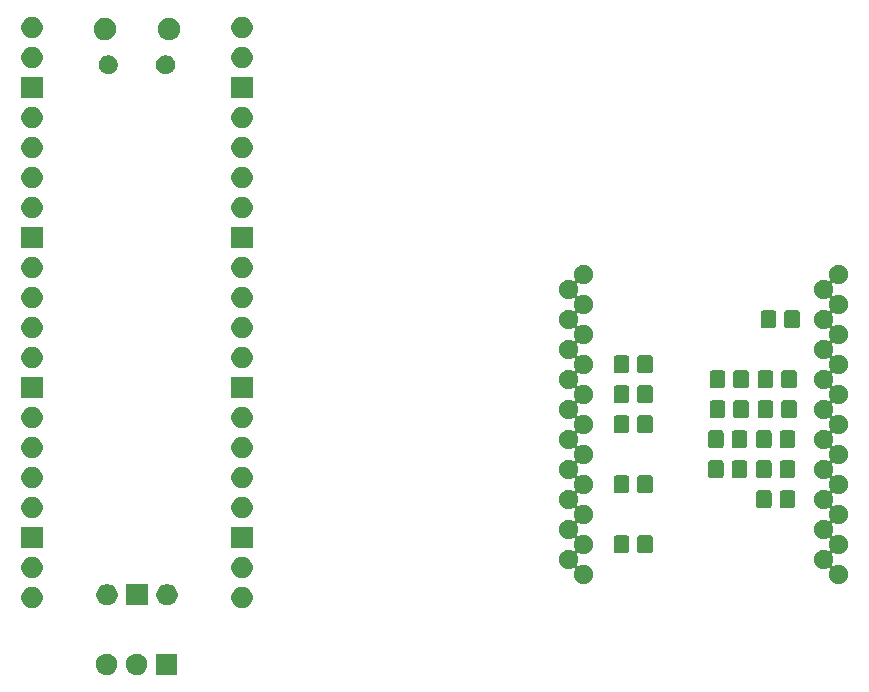
<source format=gbr>
G04 #@! TF.GenerationSoftware,KiCad,Pcbnew,5.1.5+dfsg1-2build2*
G04 #@! TF.CreationDate,2023-03-21T22:00:02+00:00*
G04 #@! TF.ProjectId,pps-rom-dumper,7070732d-726f-46d2-9d64-756d7065722e,rev?*
G04 #@! TF.SameCoordinates,Original*
G04 #@! TF.FileFunction,Soldermask,Bot*
G04 #@! TF.FilePolarity,Negative*
%FSLAX46Y46*%
G04 Gerber Fmt 4.6, Leading zero omitted, Abs format (unit mm)*
G04 Created by KiCad (PCBNEW 5.1.5+dfsg1-2build2) date 2023-03-21 22:00:02*
%MOMM*%
%LPD*%
G04 APERTURE LIST*
%ADD10C,0.100000*%
G04 APERTURE END LIST*
D10*
G36*
X58025512Y-82288927D02*
G01*
X58174812Y-82318624D01*
X58338784Y-82386544D01*
X58486354Y-82485147D01*
X58611853Y-82610646D01*
X58710456Y-82758216D01*
X58778376Y-82922188D01*
X58813000Y-83096259D01*
X58813000Y-83273741D01*
X58778376Y-83447812D01*
X58710456Y-83611784D01*
X58611853Y-83759354D01*
X58486354Y-83884853D01*
X58338784Y-83983456D01*
X58174812Y-84051376D01*
X58025512Y-84081073D01*
X58000742Y-84086000D01*
X57823258Y-84086000D01*
X57798488Y-84081073D01*
X57649188Y-84051376D01*
X57485216Y-83983456D01*
X57337646Y-83884853D01*
X57212147Y-83759354D01*
X57113544Y-83611784D01*
X57045624Y-83447812D01*
X57011000Y-83273741D01*
X57011000Y-83096259D01*
X57045624Y-82922188D01*
X57113544Y-82758216D01*
X57212147Y-82610646D01*
X57337646Y-82485147D01*
X57485216Y-82386544D01*
X57649188Y-82318624D01*
X57798488Y-82288927D01*
X57823258Y-82284000D01*
X58000742Y-82284000D01*
X58025512Y-82288927D01*
G37*
G36*
X63893000Y-84086000D02*
G01*
X62091000Y-84086000D01*
X62091000Y-82284000D01*
X63893000Y-82284000D01*
X63893000Y-84086000D01*
G37*
G36*
X60565512Y-82288927D02*
G01*
X60714812Y-82318624D01*
X60878784Y-82386544D01*
X61026354Y-82485147D01*
X61151853Y-82610646D01*
X61250456Y-82758216D01*
X61318376Y-82922188D01*
X61353000Y-83096259D01*
X61353000Y-83273741D01*
X61318376Y-83447812D01*
X61250456Y-83611784D01*
X61151853Y-83759354D01*
X61026354Y-83884853D01*
X60878784Y-83983456D01*
X60714812Y-84051376D01*
X60565512Y-84081073D01*
X60540742Y-84086000D01*
X60363258Y-84086000D01*
X60338488Y-84081073D01*
X60189188Y-84051376D01*
X60025216Y-83983456D01*
X59877646Y-83884853D01*
X59752147Y-83759354D01*
X59653544Y-83611784D01*
X59585624Y-83447812D01*
X59551000Y-83273741D01*
X59551000Y-83096259D01*
X59585624Y-82922188D01*
X59653544Y-82758216D01*
X59752147Y-82610646D01*
X59877646Y-82485147D01*
X60025216Y-82386544D01*
X60189188Y-82318624D01*
X60338488Y-82288927D01*
X60363258Y-82284000D01*
X60540742Y-82284000D01*
X60565512Y-82288927D01*
G37*
G36*
X51700111Y-76632727D02*
G01*
X51849411Y-76662424D01*
X52013383Y-76730344D01*
X52160953Y-76828947D01*
X52286452Y-76954446D01*
X52385055Y-77102016D01*
X52452975Y-77265988D01*
X52487599Y-77440059D01*
X52487599Y-77617541D01*
X52452975Y-77791612D01*
X52385055Y-77955584D01*
X52286452Y-78103154D01*
X52160953Y-78228653D01*
X52013383Y-78327256D01*
X51849411Y-78395176D01*
X51700111Y-78424873D01*
X51675341Y-78429800D01*
X51497857Y-78429800D01*
X51473087Y-78424873D01*
X51323787Y-78395176D01*
X51159815Y-78327256D01*
X51012245Y-78228653D01*
X50886746Y-78103154D01*
X50788143Y-77955584D01*
X50720223Y-77791612D01*
X50685599Y-77617541D01*
X50685599Y-77440059D01*
X50720223Y-77265988D01*
X50788143Y-77102016D01*
X50886746Y-76954446D01*
X51012245Y-76828947D01*
X51159815Y-76730344D01*
X51323787Y-76662424D01*
X51473087Y-76632727D01*
X51497857Y-76627800D01*
X51675341Y-76627800D01*
X51700111Y-76632727D01*
G37*
G36*
X69480111Y-76632727D02*
G01*
X69629411Y-76662424D01*
X69793383Y-76730344D01*
X69940953Y-76828947D01*
X70066452Y-76954446D01*
X70165055Y-77102016D01*
X70232975Y-77265988D01*
X70267599Y-77440059D01*
X70267599Y-77617541D01*
X70232975Y-77791612D01*
X70165055Y-77955584D01*
X70066452Y-78103154D01*
X69940953Y-78228653D01*
X69793383Y-78327256D01*
X69629411Y-78395176D01*
X69480111Y-78424873D01*
X69455341Y-78429800D01*
X69277857Y-78429800D01*
X69253087Y-78424873D01*
X69103787Y-78395176D01*
X68939815Y-78327256D01*
X68792245Y-78228653D01*
X68666746Y-78103154D01*
X68568143Y-77955584D01*
X68500223Y-77791612D01*
X68465599Y-77617541D01*
X68465599Y-77440059D01*
X68500223Y-77265988D01*
X68568143Y-77102016D01*
X68666746Y-76954446D01*
X68792245Y-76828947D01*
X68939815Y-76730344D01*
X69103787Y-76662424D01*
X69253087Y-76632727D01*
X69277857Y-76627800D01*
X69455341Y-76627800D01*
X69480111Y-76632727D01*
G37*
G36*
X61377599Y-78199800D02*
G01*
X59575599Y-78199800D01*
X59575599Y-76397800D01*
X61377599Y-76397800D01*
X61377599Y-78199800D01*
G37*
G36*
X58050111Y-76402727D02*
G01*
X58199411Y-76432424D01*
X58363383Y-76500344D01*
X58510953Y-76598947D01*
X58636452Y-76724446D01*
X58735055Y-76872016D01*
X58802975Y-77035988D01*
X58837599Y-77210059D01*
X58837599Y-77387541D01*
X58802975Y-77561612D01*
X58735055Y-77725584D01*
X58636452Y-77873154D01*
X58510953Y-77998653D01*
X58363383Y-78097256D01*
X58199411Y-78165176D01*
X58050111Y-78194873D01*
X58025341Y-78199800D01*
X57847857Y-78199800D01*
X57823087Y-78194873D01*
X57673787Y-78165176D01*
X57509815Y-78097256D01*
X57362245Y-77998653D01*
X57236746Y-77873154D01*
X57138143Y-77725584D01*
X57070223Y-77561612D01*
X57035599Y-77387541D01*
X57035599Y-77210059D01*
X57070223Y-77035988D01*
X57138143Y-76872016D01*
X57236746Y-76724446D01*
X57362245Y-76598947D01*
X57509815Y-76500344D01*
X57673787Y-76432424D01*
X57823087Y-76402727D01*
X57847857Y-76397800D01*
X58025341Y-76397800D01*
X58050111Y-76402727D01*
G37*
G36*
X63130111Y-76402727D02*
G01*
X63279411Y-76432424D01*
X63443383Y-76500344D01*
X63590953Y-76598947D01*
X63716452Y-76724446D01*
X63815055Y-76872016D01*
X63882975Y-77035988D01*
X63917599Y-77210059D01*
X63917599Y-77387541D01*
X63882975Y-77561612D01*
X63815055Y-77725584D01*
X63716452Y-77873154D01*
X63590953Y-77998653D01*
X63443383Y-78097256D01*
X63279411Y-78165176D01*
X63130111Y-78194873D01*
X63105341Y-78199800D01*
X62927857Y-78199800D01*
X62903087Y-78194873D01*
X62753787Y-78165176D01*
X62589815Y-78097256D01*
X62442245Y-77998653D01*
X62316746Y-77873154D01*
X62218143Y-77725584D01*
X62150223Y-77561612D01*
X62115599Y-77387541D01*
X62115599Y-77210059D01*
X62150223Y-77035988D01*
X62218143Y-76872016D01*
X62316746Y-76724446D01*
X62442245Y-76598947D01*
X62589815Y-76500344D01*
X62753787Y-76432424D01*
X62903087Y-76402727D01*
X62927857Y-76397800D01*
X63105341Y-76397800D01*
X63130111Y-76402727D01*
G37*
G36*
X98535142Y-49383242D02*
G01*
X98683101Y-49444529D01*
X98816255Y-49533499D01*
X98929501Y-49646745D01*
X99018471Y-49779899D01*
X99079758Y-49927858D01*
X99111000Y-50084925D01*
X99111000Y-50245075D01*
X99079758Y-50402142D01*
X99018471Y-50550101D01*
X98929501Y-50683255D01*
X98816255Y-50796501D01*
X98683101Y-50885471D01*
X98535142Y-50946758D01*
X98378075Y-50978000D01*
X98217925Y-50978000D01*
X98060858Y-50946758D01*
X97911006Y-50884687D01*
X97887557Y-50877574D01*
X97863171Y-50875172D01*
X97838785Y-50877574D01*
X97815336Y-50884687D01*
X97793726Y-50896238D01*
X97774784Y-50911783D01*
X97759238Y-50930725D01*
X97747687Y-50952336D01*
X97740574Y-50975785D01*
X97738172Y-51000171D01*
X97740574Y-51024557D01*
X97747687Y-51048006D01*
X97809758Y-51197858D01*
X97841000Y-51354925D01*
X97841000Y-51515075D01*
X97809758Y-51672142D01*
X97747687Y-51821994D01*
X97740574Y-51845443D01*
X97738172Y-51869829D01*
X97740574Y-51894215D01*
X97747687Y-51917664D01*
X97759238Y-51939274D01*
X97774783Y-51958216D01*
X97793725Y-51973762D01*
X97815336Y-51985313D01*
X97838785Y-51992426D01*
X97863171Y-51994828D01*
X97887557Y-51992426D01*
X97911006Y-51985313D01*
X98060858Y-51923242D01*
X98217925Y-51892000D01*
X98378075Y-51892000D01*
X98535142Y-51923242D01*
X98683101Y-51984529D01*
X98816255Y-52073499D01*
X98929501Y-52186745D01*
X99018471Y-52319899D01*
X99079758Y-52467858D01*
X99111000Y-52624925D01*
X99111000Y-52785075D01*
X99079758Y-52942142D01*
X99018471Y-53090101D01*
X98929501Y-53223255D01*
X98816255Y-53336501D01*
X98683101Y-53425471D01*
X98535142Y-53486758D01*
X98378075Y-53518000D01*
X98217925Y-53518000D01*
X98060858Y-53486758D01*
X97911006Y-53424687D01*
X97887557Y-53417574D01*
X97863171Y-53415172D01*
X97838785Y-53417574D01*
X97815336Y-53424687D01*
X97793726Y-53436238D01*
X97774784Y-53451783D01*
X97759238Y-53470725D01*
X97747687Y-53492336D01*
X97740574Y-53515785D01*
X97738172Y-53540171D01*
X97740574Y-53564557D01*
X97747687Y-53588006D01*
X97809758Y-53737858D01*
X97841000Y-53894925D01*
X97841000Y-54055075D01*
X97809758Y-54212142D01*
X97747687Y-54361994D01*
X97740574Y-54385443D01*
X97738172Y-54409829D01*
X97740574Y-54434215D01*
X97747687Y-54457664D01*
X97759238Y-54479274D01*
X97774783Y-54498216D01*
X97793725Y-54513762D01*
X97815336Y-54525313D01*
X97838785Y-54532426D01*
X97863171Y-54534828D01*
X97887557Y-54532426D01*
X97911006Y-54525313D01*
X98060858Y-54463242D01*
X98217925Y-54432000D01*
X98378075Y-54432000D01*
X98535142Y-54463242D01*
X98683101Y-54524529D01*
X98816255Y-54613499D01*
X98929501Y-54726745D01*
X99018471Y-54859899D01*
X99079758Y-55007858D01*
X99111000Y-55164925D01*
X99111000Y-55325075D01*
X99079758Y-55482142D01*
X99018471Y-55630101D01*
X98929501Y-55763255D01*
X98816255Y-55876501D01*
X98683101Y-55965471D01*
X98535142Y-56026758D01*
X98378075Y-56058000D01*
X98217925Y-56058000D01*
X98060858Y-56026758D01*
X97911006Y-55964687D01*
X97887557Y-55957574D01*
X97863171Y-55955172D01*
X97838785Y-55957574D01*
X97815336Y-55964687D01*
X97793726Y-55976238D01*
X97774784Y-55991783D01*
X97759238Y-56010725D01*
X97747687Y-56032336D01*
X97740574Y-56055785D01*
X97738172Y-56080171D01*
X97740574Y-56104557D01*
X97747687Y-56128006D01*
X97809758Y-56277858D01*
X97841000Y-56434925D01*
X97841000Y-56595075D01*
X97809758Y-56752142D01*
X97747687Y-56901994D01*
X97740574Y-56925443D01*
X97738172Y-56949829D01*
X97740574Y-56974215D01*
X97747687Y-56997664D01*
X97759238Y-57019274D01*
X97774783Y-57038216D01*
X97793725Y-57053762D01*
X97815336Y-57065313D01*
X97838785Y-57072426D01*
X97863171Y-57074828D01*
X97887557Y-57072426D01*
X97911006Y-57065313D01*
X98060858Y-57003242D01*
X98217925Y-56972000D01*
X98378075Y-56972000D01*
X98535142Y-57003242D01*
X98683101Y-57064529D01*
X98816255Y-57153499D01*
X98929501Y-57266745D01*
X99018471Y-57399899D01*
X99079758Y-57547858D01*
X99111000Y-57704925D01*
X99111000Y-57865075D01*
X99079758Y-58022142D01*
X99018471Y-58170101D01*
X98929501Y-58303255D01*
X98816255Y-58416501D01*
X98683101Y-58505471D01*
X98535142Y-58566758D01*
X98378075Y-58598000D01*
X98217925Y-58598000D01*
X98060858Y-58566758D01*
X97911006Y-58504687D01*
X97887557Y-58497574D01*
X97863171Y-58495172D01*
X97838785Y-58497574D01*
X97815336Y-58504687D01*
X97793726Y-58516238D01*
X97774784Y-58531783D01*
X97759238Y-58550725D01*
X97747687Y-58572336D01*
X97740574Y-58595785D01*
X97738172Y-58620171D01*
X97740574Y-58644557D01*
X97747687Y-58668006D01*
X97809758Y-58817858D01*
X97841000Y-58974925D01*
X97841000Y-59135075D01*
X97809758Y-59292142D01*
X97747687Y-59441994D01*
X97740574Y-59465443D01*
X97738172Y-59489829D01*
X97740574Y-59514215D01*
X97747687Y-59537664D01*
X97759238Y-59559274D01*
X97774783Y-59578216D01*
X97793725Y-59593762D01*
X97815336Y-59605313D01*
X97838785Y-59612426D01*
X97863171Y-59614828D01*
X97887557Y-59612426D01*
X97911006Y-59605313D01*
X98060858Y-59543242D01*
X98217925Y-59512000D01*
X98378075Y-59512000D01*
X98535142Y-59543242D01*
X98683101Y-59604529D01*
X98816255Y-59693499D01*
X98929501Y-59806745D01*
X99018471Y-59939899D01*
X99079758Y-60087858D01*
X99111000Y-60244925D01*
X99111000Y-60405075D01*
X99079758Y-60562142D01*
X99018471Y-60710101D01*
X98929501Y-60843255D01*
X98816255Y-60956501D01*
X98683101Y-61045471D01*
X98535142Y-61106758D01*
X98378075Y-61138000D01*
X98217925Y-61138000D01*
X98060858Y-61106758D01*
X97911006Y-61044687D01*
X97887557Y-61037574D01*
X97863171Y-61035172D01*
X97838785Y-61037574D01*
X97815336Y-61044687D01*
X97793726Y-61056238D01*
X97774784Y-61071783D01*
X97759238Y-61090725D01*
X97747687Y-61112336D01*
X97740574Y-61135785D01*
X97738172Y-61160171D01*
X97740574Y-61184557D01*
X97747687Y-61208006D01*
X97809758Y-61357858D01*
X97841000Y-61514925D01*
X97841000Y-61675075D01*
X97809758Y-61832142D01*
X97747687Y-61981994D01*
X97740574Y-62005443D01*
X97738172Y-62029829D01*
X97740574Y-62054215D01*
X97747687Y-62077664D01*
X97759238Y-62099274D01*
X97774783Y-62118216D01*
X97793725Y-62133762D01*
X97815336Y-62145313D01*
X97838785Y-62152426D01*
X97863171Y-62154828D01*
X97887557Y-62152426D01*
X97911006Y-62145313D01*
X98060858Y-62083242D01*
X98217925Y-62052000D01*
X98378075Y-62052000D01*
X98535142Y-62083242D01*
X98683101Y-62144529D01*
X98816255Y-62233499D01*
X98929501Y-62346745D01*
X99018471Y-62479899D01*
X99079758Y-62627858D01*
X99111000Y-62784925D01*
X99111000Y-62945075D01*
X99079758Y-63102142D01*
X99018471Y-63250101D01*
X98929501Y-63383255D01*
X98816255Y-63496501D01*
X98683101Y-63585471D01*
X98535142Y-63646758D01*
X98378075Y-63678000D01*
X98217925Y-63678000D01*
X98060858Y-63646758D01*
X97911006Y-63584687D01*
X97887557Y-63577574D01*
X97863171Y-63575172D01*
X97838785Y-63577574D01*
X97815336Y-63584687D01*
X97793726Y-63596238D01*
X97774784Y-63611783D01*
X97759238Y-63630725D01*
X97747687Y-63652336D01*
X97740574Y-63675785D01*
X97738172Y-63700171D01*
X97740574Y-63724557D01*
X97747687Y-63748006D01*
X97809758Y-63897858D01*
X97841000Y-64054925D01*
X97841000Y-64215075D01*
X97809758Y-64372142D01*
X97747687Y-64521994D01*
X97740574Y-64545443D01*
X97738172Y-64569829D01*
X97740574Y-64594215D01*
X97747687Y-64617664D01*
X97759238Y-64639274D01*
X97774783Y-64658216D01*
X97793725Y-64673762D01*
X97815336Y-64685313D01*
X97838785Y-64692426D01*
X97863171Y-64694828D01*
X97887557Y-64692426D01*
X97911006Y-64685313D01*
X98060858Y-64623242D01*
X98217925Y-64592000D01*
X98378075Y-64592000D01*
X98535142Y-64623242D01*
X98683101Y-64684529D01*
X98816255Y-64773499D01*
X98929501Y-64886745D01*
X99018471Y-65019899D01*
X99079758Y-65167858D01*
X99111000Y-65324925D01*
X99111000Y-65485075D01*
X99079758Y-65642142D01*
X99018471Y-65790101D01*
X98929501Y-65923255D01*
X98816255Y-66036501D01*
X98683101Y-66125471D01*
X98535142Y-66186758D01*
X98378075Y-66218000D01*
X98217925Y-66218000D01*
X98060858Y-66186758D01*
X97911006Y-66124687D01*
X97887557Y-66117574D01*
X97863171Y-66115172D01*
X97838785Y-66117574D01*
X97815336Y-66124687D01*
X97793726Y-66136238D01*
X97774784Y-66151783D01*
X97759238Y-66170725D01*
X97747687Y-66192336D01*
X97740574Y-66215785D01*
X97738172Y-66240171D01*
X97740574Y-66264557D01*
X97747687Y-66288006D01*
X97809758Y-66437858D01*
X97841000Y-66594925D01*
X97841000Y-66755075D01*
X97809758Y-66912142D01*
X97747687Y-67061994D01*
X97740574Y-67085443D01*
X97738172Y-67109829D01*
X97740574Y-67134215D01*
X97747687Y-67157664D01*
X97759238Y-67179274D01*
X97774783Y-67198216D01*
X97793725Y-67213762D01*
X97815336Y-67225313D01*
X97838785Y-67232426D01*
X97863171Y-67234828D01*
X97887557Y-67232426D01*
X97911006Y-67225313D01*
X98060858Y-67163242D01*
X98217925Y-67132000D01*
X98378075Y-67132000D01*
X98535142Y-67163242D01*
X98683101Y-67224529D01*
X98816255Y-67313499D01*
X98929501Y-67426745D01*
X99018471Y-67559899D01*
X99079758Y-67707858D01*
X99111000Y-67864925D01*
X99111000Y-68025075D01*
X99079758Y-68182142D01*
X99018471Y-68330101D01*
X98929501Y-68463255D01*
X98816255Y-68576501D01*
X98683101Y-68665471D01*
X98535142Y-68726758D01*
X98378075Y-68758000D01*
X98217925Y-68758000D01*
X98060858Y-68726758D01*
X97911006Y-68664687D01*
X97887557Y-68657574D01*
X97863171Y-68655172D01*
X97838785Y-68657574D01*
X97815336Y-68664687D01*
X97793726Y-68676238D01*
X97774784Y-68691783D01*
X97759238Y-68710725D01*
X97747687Y-68732336D01*
X97740574Y-68755785D01*
X97738172Y-68780171D01*
X97740574Y-68804557D01*
X97747687Y-68828006D01*
X97809758Y-68977858D01*
X97841000Y-69134925D01*
X97841000Y-69295075D01*
X97809758Y-69452142D01*
X97747687Y-69601994D01*
X97740574Y-69625443D01*
X97738172Y-69649829D01*
X97740574Y-69674215D01*
X97747687Y-69697664D01*
X97759238Y-69719274D01*
X97774783Y-69738216D01*
X97793725Y-69753762D01*
X97815336Y-69765313D01*
X97838785Y-69772426D01*
X97863171Y-69774828D01*
X97887557Y-69772426D01*
X97911006Y-69765313D01*
X98060858Y-69703242D01*
X98217925Y-69672000D01*
X98378075Y-69672000D01*
X98535142Y-69703242D01*
X98683101Y-69764529D01*
X98816255Y-69853499D01*
X98929501Y-69966745D01*
X99018471Y-70099899D01*
X99079758Y-70247858D01*
X99111000Y-70404925D01*
X99111000Y-70565075D01*
X99079758Y-70722142D01*
X99018471Y-70870101D01*
X98929501Y-71003255D01*
X98816255Y-71116501D01*
X98683101Y-71205471D01*
X98535142Y-71266758D01*
X98378075Y-71298000D01*
X98217925Y-71298000D01*
X98060858Y-71266758D01*
X97911006Y-71204687D01*
X97887557Y-71197574D01*
X97863171Y-71195172D01*
X97838785Y-71197574D01*
X97815336Y-71204687D01*
X97793726Y-71216238D01*
X97774784Y-71231783D01*
X97759238Y-71250725D01*
X97747687Y-71272336D01*
X97740574Y-71295785D01*
X97738172Y-71320171D01*
X97740574Y-71344557D01*
X97747687Y-71368006D01*
X97809758Y-71517858D01*
X97841000Y-71674925D01*
X97841000Y-71835075D01*
X97809758Y-71992142D01*
X97747687Y-72141994D01*
X97740574Y-72165443D01*
X97738172Y-72189829D01*
X97740574Y-72214215D01*
X97747687Y-72237664D01*
X97759238Y-72259274D01*
X97774783Y-72278216D01*
X97793725Y-72293762D01*
X97815336Y-72305313D01*
X97838785Y-72312426D01*
X97863171Y-72314828D01*
X97887557Y-72312426D01*
X97911006Y-72305313D01*
X98060858Y-72243242D01*
X98217925Y-72212000D01*
X98378075Y-72212000D01*
X98535142Y-72243242D01*
X98683101Y-72304529D01*
X98816255Y-72393499D01*
X98929501Y-72506745D01*
X99018471Y-72639899D01*
X99079758Y-72787858D01*
X99111000Y-72944925D01*
X99111000Y-73105075D01*
X99079758Y-73262142D01*
X99018471Y-73410101D01*
X98929501Y-73543255D01*
X98816255Y-73656501D01*
X98683101Y-73745471D01*
X98535142Y-73806758D01*
X98378075Y-73838000D01*
X98217925Y-73838000D01*
X98060858Y-73806758D01*
X97911006Y-73744687D01*
X97887557Y-73737574D01*
X97863171Y-73735172D01*
X97838785Y-73737574D01*
X97815336Y-73744687D01*
X97793726Y-73756238D01*
X97774784Y-73771783D01*
X97759238Y-73790725D01*
X97747687Y-73812336D01*
X97740574Y-73835785D01*
X97738172Y-73860171D01*
X97740574Y-73884557D01*
X97747687Y-73908006D01*
X97809758Y-74057858D01*
X97841000Y-74214925D01*
X97841000Y-74375075D01*
X97809758Y-74532142D01*
X97747687Y-74681994D01*
X97740574Y-74705443D01*
X97738172Y-74729829D01*
X97740574Y-74754215D01*
X97747687Y-74777664D01*
X97759238Y-74799274D01*
X97774783Y-74818216D01*
X97793725Y-74833762D01*
X97815336Y-74845313D01*
X97838785Y-74852426D01*
X97863171Y-74854828D01*
X97887557Y-74852426D01*
X97911006Y-74845313D01*
X98060858Y-74783242D01*
X98217925Y-74752000D01*
X98378075Y-74752000D01*
X98535142Y-74783242D01*
X98683101Y-74844529D01*
X98816255Y-74933499D01*
X98929501Y-75046745D01*
X99018471Y-75179899D01*
X99079758Y-75327858D01*
X99111000Y-75484925D01*
X99111000Y-75645075D01*
X99079758Y-75802142D01*
X99018471Y-75950101D01*
X98929501Y-76083255D01*
X98816255Y-76196501D01*
X98683101Y-76285471D01*
X98535142Y-76346758D01*
X98378075Y-76378000D01*
X98217925Y-76378000D01*
X98060858Y-76346758D01*
X97912899Y-76285471D01*
X97779745Y-76196501D01*
X97666499Y-76083255D01*
X97577529Y-75950101D01*
X97516242Y-75802142D01*
X97485000Y-75645075D01*
X97485000Y-75484925D01*
X97516242Y-75327858D01*
X97578313Y-75178006D01*
X97585426Y-75154557D01*
X97587828Y-75130171D01*
X97585426Y-75105785D01*
X97578313Y-75082336D01*
X97566762Y-75060726D01*
X97551217Y-75041784D01*
X97532275Y-75026238D01*
X97510664Y-75014687D01*
X97487215Y-75007574D01*
X97462829Y-75005172D01*
X97438443Y-75007574D01*
X97414994Y-75014687D01*
X97265142Y-75076758D01*
X97108075Y-75108000D01*
X96947925Y-75108000D01*
X96790858Y-75076758D01*
X96642899Y-75015471D01*
X96509745Y-74926501D01*
X96396499Y-74813255D01*
X96307529Y-74680101D01*
X96246242Y-74532142D01*
X96215000Y-74375075D01*
X96215000Y-74214925D01*
X96246242Y-74057858D01*
X96307529Y-73909899D01*
X96396499Y-73776745D01*
X96509745Y-73663499D01*
X96642899Y-73574529D01*
X96790858Y-73513242D01*
X96947925Y-73482000D01*
X97108075Y-73482000D01*
X97265142Y-73513242D01*
X97414994Y-73575313D01*
X97438443Y-73582426D01*
X97462829Y-73584828D01*
X97487215Y-73582426D01*
X97510664Y-73575313D01*
X97532274Y-73563762D01*
X97551216Y-73548217D01*
X97566762Y-73529275D01*
X97578313Y-73507664D01*
X97585426Y-73484215D01*
X97587828Y-73459829D01*
X97585426Y-73435443D01*
X97578313Y-73411994D01*
X97516242Y-73262142D01*
X97485000Y-73105075D01*
X97485000Y-72944925D01*
X97516242Y-72787858D01*
X97578313Y-72638006D01*
X97585426Y-72614557D01*
X97587828Y-72590171D01*
X97585426Y-72565785D01*
X97578313Y-72542336D01*
X97566762Y-72520726D01*
X97551217Y-72501784D01*
X97532275Y-72486238D01*
X97510664Y-72474687D01*
X97487215Y-72467574D01*
X97462829Y-72465172D01*
X97438443Y-72467574D01*
X97414994Y-72474687D01*
X97265142Y-72536758D01*
X97108075Y-72568000D01*
X96947925Y-72568000D01*
X96790858Y-72536758D01*
X96642899Y-72475471D01*
X96509745Y-72386501D01*
X96396499Y-72273255D01*
X96307529Y-72140101D01*
X96246242Y-71992142D01*
X96215000Y-71835075D01*
X96215000Y-71674925D01*
X96246242Y-71517858D01*
X96307529Y-71369899D01*
X96396499Y-71236745D01*
X96509745Y-71123499D01*
X96642899Y-71034529D01*
X96790858Y-70973242D01*
X96947925Y-70942000D01*
X97108075Y-70942000D01*
X97265142Y-70973242D01*
X97414994Y-71035313D01*
X97438443Y-71042426D01*
X97462829Y-71044828D01*
X97487215Y-71042426D01*
X97510664Y-71035313D01*
X97532274Y-71023762D01*
X97551216Y-71008217D01*
X97566762Y-70989275D01*
X97578313Y-70967664D01*
X97585426Y-70944215D01*
X97587828Y-70919829D01*
X97585426Y-70895443D01*
X97578313Y-70871994D01*
X97516242Y-70722142D01*
X97485000Y-70565075D01*
X97485000Y-70404925D01*
X97516242Y-70247858D01*
X97578313Y-70098006D01*
X97585426Y-70074557D01*
X97587828Y-70050171D01*
X97585426Y-70025785D01*
X97578313Y-70002336D01*
X97566762Y-69980726D01*
X97551217Y-69961784D01*
X97532275Y-69946238D01*
X97510664Y-69934687D01*
X97487215Y-69927574D01*
X97462829Y-69925172D01*
X97438443Y-69927574D01*
X97414994Y-69934687D01*
X97265142Y-69996758D01*
X97108075Y-70028000D01*
X96947925Y-70028000D01*
X96790858Y-69996758D01*
X96642899Y-69935471D01*
X96509745Y-69846501D01*
X96396499Y-69733255D01*
X96307529Y-69600101D01*
X96246242Y-69452142D01*
X96215000Y-69295075D01*
X96215000Y-69134925D01*
X96246242Y-68977858D01*
X96307529Y-68829899D01*
X96396499Y-68696745D01*
X96509745Y-68583499D01*
X96642899Y-68494529D01*
X96790858Y-68433242D01*
X96947925Y-68402000D01*
X97108075Y-68402000D01*
X97265142Y-68433242D01*
X97414994Y-68495313D01*
X97438443Y-68502426D01*
X97462829Y-68504828D01*
X97487215Y-68502426D01*
X97510664Y-68495313D01*
X97532274Y-68483762D01*
X97551216Y-68468217D01*
X97566762Y-68449275D01*
X97578313Y-68427664D01*
X97585426Y-68404215D01*
X97587828Y-68379829D01*
X97585426Y-68355443D01*
X97578313Y-68331994D01*
X97516242Y-68182142D01*
X97485000Y-68025075D01*
X97485000Y-67864925D01*
X97516242Y-67707858D01*
X97578313Y-67558006D01*
X97585426Y-67534557D01*
X97587828Y-67510171D01*
X97585426Y-67485785D01*
X97578313Y-67462336D01*
X97566762Y-67440726D01*
X97551217Y-67421784D01*
X97532275Y-67406238D01*
X97510664Y-67394687D01*
X97487215Y-67387574D01*
X97462829Y-67385172D01*
X97438443Y-67387574D01*
X97414994Y-67394687D01*
X97265142Y-67456758D01*
X97108075Y-67488000D01*
X96947925Y-67488000D01*
X96790858Y-67456758D01*
X96642899Y-67395471D01*
X96509745Y-67306501D01*
X96396499Y-67193255D01*
X96307529Y-67060101D01*
X96246242Y-66912142D01*
X96215000Y-66755075D01*
X96215000Y-66594925D01*
X96246242Y-66437858D01*
X96307529Y-66289899D01*
X96396499Y-66156745D01*
X96509745Y-66043499D01*
X96642899Y-65954529D01*
X96790858Y-65893242D01*
X96947925Y-65862000D01*
X97108075Y-65862000D01*
X97265142Y-65893242D01*
X97414994Y-65955313D01*
X97438443Y-65962426D01*
X97462829Y-65964828D01*
X97487215Y-65962426D01*
X97510664Y-65955313D01*
X97532274Y-65943762D01*
X97551216Y-65928217D01*
X97566762Y-65909275D01*
X97578313Y-65887664D01*
X97585426Y-65864215D01*
X97587828Y-65839829D01*
X97585426Y-65815443D01*
X97578313Y-65791994D01*
X97516242Y-65642142D01*
X97485000Y-65485075D01*
X97485000Y-65324925D01*
X97516242Y-65167858D01*
X97578313Y-65018006D01*
X97585426Y-64994557D01*
X97587828Y-64970171D01*
X97585426Y-64945785D01*
X97578313Y-64922336D01*
X97566762Y-64900726D01*
X97551217Y-64881784D01*
X97532275Y-64866238D01*
X97510664Y-64854687D01*
X97487215Y-64847574D01*
X97462829Y-64845172D01*
X97438443Y-64847574D01*
X97414994Y-64854687D01*
X97265142Y-64916758D01*
X97108075Y-64948000D01*
X96947925Y-64948000D01*
X96790858Y-64916758D01*
X96642899Y-64855471D01*
X96509745Y-64766501D01*
X96396499Y-64653255D01*
X96307529Y-64520101D01*
X96246242Y-64372142D01*
X96215000Y-64215075D01*
X96215000Y-64054925D01*
X96246242Y-63897858D01*
X96307529Y-63749899D01*
X96396499Y-63616745D01*
X96509745Y-63503499D01*
X96642899Y-63414529D01*
X96790858Y-63353242D01*
X96947925Y-63322000D01*
X97108075Y-63322000D01*
X97265142Y-63353242D01*
X97414994Y-63415313D01*
X97438443Y-63422426D01*
X97462829Y-63424828D01*
X97487215Y-63422426D01*
X97510664Y-63415313D01*
X97532274Y-63403762D01*
X97551216Y-63388217D01*
X97566762Y-63369275D01*
X97578313Y-63347664D01*
X97585426Y-63324215D01*
X97587828Y-63299829D01*
X97585426Y-63275443D01*
X97578313Y-63251994D01*
X97516242Y-63102142D01*
X97485000Y-62945075D01*
X97485000Y-62784925D01*
X97516242Y-62627858D01*
X97578313Y-62478006D01*
X97585426Y-62454557D01*
X97587828Y-62430171D01*
X97585426Y-62405785D01*
X97578313Y-62382336D01*
X97566762Y-62360726D01*
X97551217Y-62341784D01*
X97532275Y-62326238D01*
X97510664Y-62314687D01*
X97487215Y-62307574D01*
X97462829Y-62305172D01*
X97438443Y-62307574D01*
X97414994Y-62314687D01*
X97265142Y-62376758D01*
X97108075Y-62408000D01*
X96947925Y-62408000D01*
X96790858Y-62376758D01*
X96642899Y-62315471D01*
X96509745Y-62226501D01*
X96396499Y-62113255D01*
X96307529Y-61980101D01*
X96246242Y-61832142D01*
X96215000Y-61675075D01*
X96215000Y-61514925D01*
X96246242Y-61357858D01*
X96307529Y-61209899D01*
X96396499Y-61076745D01*
X96509745Y-60963499D01*
X96642899Y-60874529D01*
X96790858Y-60813242D01*
X96947925Y-60782000D01*
X97108075Y-60782000D01*
X97265142Y-60813242D01*
X97414994Y-60875313D01*
X97438443Y-60882426D01*
X97462829Y-60884828D01*
X97487215Y-60882426D01*
X97510664Y-60875313D01*
X97532274Y-60863762D01*
X97551216Y-60848217D01*
X97566762Y-60829275D01*
X97578313Y-60807664D01*
X97585426Y-60784215D01*
X97587828Y-60759829D01*
X97585426Y-60735443D01*
X97578313Y-60711994D01*
X97516242Y-60562142D01*
X97485000Y-60405075D01*
X97485000Y-60244925D01*
X97516242Y-60087858D01*
X97578313Y-59938006D01*
X97585426Y-59914557D01*
X97587828Y-59890171D01*
X97585426Y-59865785D01*
X97578313Y-59842336D01*
X97566762Y-59820726D01*
X97551217Y-59801784D01*
X97532275Y-59786238D01*
X97510664Y-59774687D01*
X97487215Y-59767574D01*
X97462829Y-59765172D01*
X97438443Y-59767574D01*
X97414994Y-59774687D01*
X97265142Y-59836758D01*
X97108075Y-59868000D01*
X96947925Y-59868000D01*
X96790858Y-59836758D01*
X96642899Y-59775471D01*
X96509745Y-59686501D01*
X96396499Y-59573255D01*
X96307529Y-59440101D01*
X96246242Y-59292142D01*
X96215000Y-59135075D01*
X96215000Y-58974925D01*
X96246242Y-58817858D01*
X96307529Y-58669899D01*
X96396499Y-58536745D01*
X96509745Y-58423499D01*
X96642899Y-58334529D01*
X96790858Y-58273242D01*
X96947925Y-58242000D01*
X97108075Y-58242000D01*
X97265142Y-58273242D01*
X97414994Y-58335313D01*
X97438443Y-58342426D01*
X97462829Y-58344828D01*
X97487215Y-58342426D01*
X97510664Y-58335313D01*
X97532274Y-58323762D01*
X97551216Y-58308217D01*
X97566762Y-58289275D01*
X97578313Y-58267664D01*
X97585426Y-58244215D01*
X97587828Y-58219829D01*
X97585426Y-58195443D01*
X97578313Y-58171994D01*
X97516242Y-58022142D01*
X97485000Y-57865075D01*
X97485000Y-57704925D01*
X97516242Y-57547858D01*
X97578313Y-57398006D01*
X97585426Y-57374557D01*
X97587828Y-57350171D01*
X97585426Y-57325785D01*
X97578313Y-57302336D01*
X97566762Y-57280726D01*
X97551217Y-57261784D01*
X97532275Y-57246238D01*
X97510664Y-57234687D01*
X97487215Y-57227574D01*
X97462829Y-57225172D01*
X97438443Y-57227574D01*
X97414994Y-57234687D01*
X97265142Y-57296758D01*
X97108075Y-57328000D01*
X96947925Y-57328000D01*
X96790858Y-57296758D01*
X96642899Y-57235471D01*
X96509745Y-57146501D01*
X96396499Y-57033255D01*
X96307529Y-56900101D01*
X96246242Y-56752142D01*
X96215000Y-56595075D01*
X96215000Y-56434925D01*
X96246242Y-56277858D01*
X96307529Y-56129899D01*
X96396499Y-55996745D01*
X96509745Y-55883499D01*
X96642899Y-55794529D01*
X96790858Y-55733242D01*
X96947925Y-55702000D01*
X97108075Y-55702000D01*
X97265142Y-55733242D01*
X97414994Y-55795313D01*
X97438443Y-55802426D01*
X97462829Y-55804828D01*
X97487215Y-55802426D01*
X97510664Y-55795313D01*
X97532274Y-55783762D01*
X97551216Y-55768217D01*
X97566762Y-55749275D01*
X97578313Y-55727664D01*
X97585426Y-55704215D01*
X97587828Y-55679829D01*
X97585426Y-55655443D01*
X97578313Y-55631994D01*
X97516242Y-55482142D01*
X97485000Y-55325075D01*
X97485000Y-55164925D01*
X97516242Y-55007858D01*
X97578313Y-54858006D01*
X97585426Y-54834557D01*
X97587828Y-54810171D01*
X97585426Y-54785785D01*
X97578313Y-54762336D01*
X97566762Y-54740726D01*
X97551217Y-54721784D01*
X97532275Y-54706238D01*
X97510664Y-54694687D01*
X97487215Y-54687574D01*
X97462829Y-54685172D01*
X97438443Y-54687574D01*
X97414994Y-54694687D01*
X97265142Y-54756758D01*
X97108075Y-54788000D01*
X96947925Y-54788000D01*
X96790858Y-54756758D01*
X96642899Y-54695471D01*
X96509745Y-54606501D01*
X96396499Y-54493255D01*
X96307529Y-54360101D01*
X96246242Y-54212142D01*
X96215000Y-54055075D01*
X96215000Y-53894925D01*
X96246242Y-53737858D01*
X96307529Y-53589899D01*
X96396499Y-53456745D01*
X96509745Y-53343499D01*
X96642899Y-53254529D01*
X96790858Y-53193242D01*
X96947925Y-53162000D01*
X97108075Y-53162000D01*
X97265142Y-53193242D01*
X97414994Y-53255313D01*
X97438443Y-53262426D01*
X97462829Y-53264828D01*
X97487215Y-53262426D01*
X97510664Y-53255313D01*
X97532274Y-53243762D01*
X97551216Y-53228217D01*
X97566762Y-53209275D01*
X97578313Y-53187664D01*
X97585426Y-53164215D01*
X97587828Y-53139829D01*
X97585426Y-53115443D01*
X97578313Y-53091994D01*
X97516242Y-52942142D01*
X97485000Y-52785075D01*
X97485000Y-52624925D01*
X97516242Y-52467858D01*
X97578313Y-52318006D01*
X97585426Y-52294557D01*
X97587828Y-52270171D01*
X97585426Y-52245785D01*
X97578313Y-52222336D01*
X97566762Y-52200726D01*
X97551217Y-52181784D01*
X97532275Y-52166238D01*
X97510664Y-52154687D01*
X97487215Y-52147574D01*
X97462829Y-52145172D01*
X97438443Y-52147574D01*
X97414994Y-52154687D01*
X97265142Y-52216758D01*
X97108075Y-52248000D01*
X96947925Y-52248000D01*
X96790858Y-52216758D01*
X96642899Y-52155471D01*
X96509745Y-52066501D01*
X96396499Y-51953255D01*
X96307529Y-51820101D01*
X96246242Y-51672142D01*
X96215000Y-51515075D01*
X96215000Y-51354925D01*
X96246242Y-51197858D01*
X96307529Y-51049899D01*
X96396499Y-50916745D01*
X96509745Y-50803499D01*
X96642899Y-50714529D01*
X96790858Y-50653242D01*
X96947925Y-50622000D01*
X97108075Y-50622000D01*
X97265142Y-50653242D01*
X97414994Y-50715313D01*
X97438443Y-50722426D01*
X97462829Y-50724828D01*
X97487215Y-50722426D01*
X97510664Y-50715313D01*
X97532274Y-50703762D01*
X97551216Y-50688217D01*
X97566762Y-50669275D01*
X97578313Y-50647664D01*
X97585426Y-50624215D01*
X97587828Y-50599829D01*
X97585426Y-50575443D01*
X97578313Y-50551994D01*
X97516242Y-50402142D01*
X97485000Y-50245075D01*
X97485000Y-50084925D01*
X97516242Y-49927858D01*
X97577529Y-49779899D01*
X97666499Y-49646745D01*
X97779745Y-49533499D01*
X97912899Y-49444529D01*
X98060858Y-49383242D01*
X98217925Y-49352000D01*
X98378075Y-49352000D01*
X98535142Y-49383242D01*
G37*
G36*
X120125142Y-49383242D02*
G01*
X120273101Y-49444529D01*
X120406255Y-49533499D01*
X120519501Y-49646745D01*
X120608471Y-49779899D01*
X120669758Y-49927858D01*
X120701000Y-50084925D01*
X120701000Y-50245075D01*
X120669758Y-50402142D01*
X120608471Y-50550101D01*
X120519501Y-50683255D01*
X120406255Y-50796501D01*
X120273101Y-50885471D01*
X120125142Y-50946758D01*
X119968075Y-50978000D01*
X119807925Y-50978000D01*
X119650858Y-50946758D01*
X119501006Y-50884687D01*
X119477557Y-50877574D01*
X119453171Y-50875172D01*
X119428785Y-50877574D01*
X119405336Y-50884687D01*
X119383726Y-50896238D01*
X119364784Y-50911783D01*
X119349238Y-50930725D01*
X119337687Y-50952336D01*
X119330574Y-50975785D01*
X119328172Y-51000171D01*
X119330574Y-51024557D01*
X119337687Y-51048006D01*
X119399758Y-51197858D01*
X119431000Y-51354925D01*
X119431000Y-51515075D01*
X119399758Y-51672142D01*
X119337687Y-51821994D01*
X119330574Y-51845443D01*
X119328172Y-51869829D01*
X119330574Y-51894215D01*
X119337687Y-51917664D01*
X119349238Y-51939274D01*
X119364783Y-51958216D01*
X119383725Y-51973762D01*
X119405336Y-51985313D01*
X119428785Y-51992426D01*
X119453171Y-51994828D01*
X119477557Y-51992426D01*
X119501006Y-51985313D01*
X119650858Y-51923242D01*
X119807925Y-51892000D01*
X119968075Y-51892000D01*
X120125142Y-51923242D01*
X120273101Y-51984529D01*
X120406255Y-52073499D01*
X120519501Y-52186745D01*
X120608471Y-52319899D01*
X120669758Y-52467858D01*
X120701000Y-52624925D01*
X120701000Y-52785075D01*
X120669758Y-52942142D01*
X120608471Y-53090101D01*
X120519501Y-53223255D01*
X120406255Y-53336501D01*
X120273101Y-53425471D01*
X120125142Y-53486758D01*
X119968075Y-53518000D01*
X119807925Y-53518000D01*
X119650858Y-53486758D01*
X119501006Y-53424687D01*
X119477557Y-53417574D01*
X119453171Y-53415172D01*
X119428785Y-53417574D01*
X119405336Y-53424687D01*
X119383726Y-53436238D01*
X119364784Y-53451783D01*
X119349238Y-53470725D01*
X119337687Y-53492336D01*
X119330574Y-53515785D01*
X119328172Y-53540171D01*
X119330574Y-53564557D01*
X119337687Y-53588006D01*
X119399758Y-53737858D01*
X119431000Y-53894925D01*
X119431000Y-54055075D01*
X119399758Y-54212142D01*
X119337687Y-54361994D01*
X119330574Y-54385443D01*
X119328172Y-54409829D01*
X119330574Y-54434215D01*
X119337687Y-54457664D01*
X119349238Y-54479274D01*
X119364783Y-54498216D01*
X119383725Y-54513762D01*
X119405336Y-54525313D01*
X119428785Y-54532426D01*
X119453171Y-54534828D01*
X119477557Y-54532426D01*
X119501006Y-54525313D01*
X119650858Y-54463242D01*
X119807925Y-54432000D01*
X119968075Y-54432000D01*
X120125142Y-54463242D01*
X120273101Y-54524529D01*
X120406255Y-54613499D01*
X120519501Y-54726745D01*
X120608471Y-54859899D01*
X120669758Y-55007858D01*
X120701000Y-55164925D01*
X120701000Y-55325075D01*
X120669758Y-55482142D01*
X120608471Y-55630101D01*
X120519501Y-55763255D01*
X120406255Y-55876501D01*
X120273101Y-55965471D01*
X120125142Y-56026758D01*
X119968075Y-56058000D01*
X119807925Y-56058000D01*
X119650858Y-56026758D01*
X119501006Y-55964687D01*
X119477557Y-55957574D01*
X119453171Y-55955172D01*
X119428785Y-55957574D01*
X119405336Y-55964687D01*
X119383726Y-55976238D01*
X119364784Y-55991783D01*
X119349238Y-56010725D01*
X119337687Y-56032336D01*
X119330574Y-56055785D01*
X119328172Y-56080171D01*
X119330574Y-56104557D01*
X119337687Y-56128006D01*
X119399758Y-56277858D01*
X119431000Y-56434925D01*
X119431000Y-56595075D01*
X119399758Y-56752142D01*
X119337687Y-56901994D01*
X119330574Y-56925443D01*
X119328172Y-56949829D01*
X119330574Y-56974215D01*
X119337687Y-56997664D01*
X119349238Y-57019274D01*
X119364783Y-57038216D01*
X119383725Y-57053762D01*
X119405336Y-57065313D01*
X119428785Y-57072426D01*
X119453171Y-57074828D01*
X119477557Y-57072426D01*
X119501006Y-57065313D01*
X119650858Y-57003242D01*
X119807925Y-56972000D01*
X119968075Y-56972000D01*
X120125142Y-57003242D01*
X120273101Y-57064529D01*
X120406255Y-57153499D01*
X120519501Y-57266745D01*
X120608471Y-57399899D01*
X120669758Y-57547858D01*
X120701000Y-57704925D01*
X120701000Y-57865075D01*
X120669758Y-58022142D01*
X120608471Y-58170101D01*
X120519501Y-58303255D01*
X120406255Y-58416501D01*
X120273101Y-58505471D01*
X120125142Y-58566758D01*
X119968075Y-58598000D01*
X119807925Y-58598000D01*
X119650858Y-58566758D01*
X119501006Y-58504687D01*
X119477557Y-58497574D01*
X119453171Y-58495172D01*
X119428785Y-58497574D01*
X119405336Y-58504687D01*
X119383726Y-58516238D01*
X119364784Y-58531783D01*
X119349238Y-58550725D01*
X119337687Y-58572336D01*
X119330574Y-58595785D01*
X119328172Y-58620171D01*
X119330574Y-58644557D01*
X119337687Y-58668006D01*
X119399758Y-58817858D01*
X119431000Y-58974925D01*
X119431000Y-59135075D01*
X119399758Y-59292142D01*
X119337687Y-59441994D01*
X119330574Y-59465443D01*
X119328172Y-59489829D01*
X119330574Y-59514215D01*
X119337687Y-59537664D01*
X119349238Y-59559274D01*
X119364783Y-59578216D01*
X119383725Y-59593762D01*
X119405336Y-59605313D01*
X119428785Y-59612426D01*
X119453171Y-59614828D01*
X119477557Y-59612426D01*
X119501006Y-59605313D01*
X119650858Y-59543242D01*
X119807925Y-59512000D01*
X119968075Y-59512000D01*
X120125142Y-59543242D01*
X120273101Y-59604529D01*
X120406255Y-59693499D01*
X120519501Y-59806745D01*
X120608471Y-59939899D01*
X120669758Y-60087858D01*
X120701000Y-60244925D01*
X120701000Y-60405075D01*
X120669758Y-60562142D01*
X120608471Y-60710101D01*
X120519501Y-60843255D01*
X120406255Y-60956501D01*
X120273101Y-61045471D01*
X120125142Y-61106758D01*
X119968075Y-61138000D01*
X119807925Y-61138000D01*
X119650858Y-61106758D01*
X119501006Y-61044687D01*
X119477557Y-61037574D01*
X119453171Y-61035172D01*
X119428785Y-61037574D01*
X119405336Y-61044687D01*
X119383726Y-61056238D01*
X119364784Y-61071783D01*
X119349238Y-61090725D01*
X119337687Y-61112336D01*
X119330574Y-61135785D01*
X119328172Y-61160171D01*
X119330574Y-61184557D01*
X119337687Y-61208006D01*
X119399758Y-61357858D01*
X119431000Y-61514925D01*
X119431000Y-61675075D01*
X119399758Y-61832142D01*
X119337687Y-61981994D01*
X119330574Y-62005443D01*
X119328172Y-62029829D01*
X119330574Y-62054215D01*
X119337687Y-62077664D01*
X119349238Y-62099274D01*
X119364783Y-62118216D01*
X119383725Y-62133762D01*
X119405336Y-62145313D01*
X119428785Y-62152426D01*
X119453171Y-62154828D01*
X119477557Y-62152426D01*
X119501006Y-62145313D01*
X119650858Y-62083242D01*
X119807925Y-62052000D01*
X119968075Y-62052000D01*
X120125142Y-62083242D01*
X120273101Y-62144529D01*
X120406255Y-62233499D01*
X120519501Y-62346745D01*
X120608471Y-62479899D01*
X120669758Y-62627858D01*
X120701000Y-62784925D01*
X120701000Y-62945075D01*
X120669758Y-63102142D01*
X120608471Y-63250101D01*
X120519501Y-63383255D01*
X120406255Y-63496501D01*
X120273101Y-63585471D01*
X120125142Y-63646758D01*
X119968075Y-63678000D01*
X119807925Y-63678000D01*
X119650858Y-63646758D01*
X119501006Y-63584687D01*
X119477557Y-63577574D01*
X119453171Y-63575172D01*
X119428785Y-63577574D01*
X119405336Y-63584687D01*
X119383726Y-63596238D01*
X119364784Y-63611783D01*
X119349238Y-63630725D01*
X119337687Y-63652336D01*
X119330574Y-63675785D01*
X119328172Y-63700171D01*
X119330574Y-63724557D01*
X119337687Y-63748006D01*
X119399758Y-63897858D01*
X119431000Y-64054925D01*
X119431000Y-64215075D01*
X119399758Y-64372142D01*
X119337687Y-64521994D01*
X119330574Y-64545443D01*
X119328172Y-64569829D01*
X119330574Y-64594215D01*
X119337687Y-64617664D01*
X119349238Y-64639274D01*
X119364783Y-64658216D01*
X119383725Y-64673762D01*
X119405336Y-64685313D01*
X119428785Y-64692426D01*
X119453171Y-64694828D01*
X119477557Y-64692426D01*
X119501006Y-64685313D01*
X119650858Y-64623242D01*
X119807925Y-64592000D01*
X119968075Y-64592000D01*
X120125142Y-64623242D01*
X120273101Y-64684529D01*
X120406255Y-64773499D01*
X120519501Y-64886745D01*
X120608471Y-65019899D01*
X120669758Y-65167858D01*
X120701000Y-65324925D01*
X120701000Y-65485075D01*
X120669758Y-65642142D01*
X120608471Y-65790101D01*
X120519501Y-65923255D01*
X120406255Y-66036501D01*
X120273101Y-66125471D01*
X120125142Y-66186758D01*
X119968075Y-66218000D01*
X119807925Y-66218000D01*
X119650858Y-66186758D01*
X119501006Y-66124687D01*
X119477557Y-66117574D01*
X119453171Y-66115172D01*
X119428785Y-66117574D01*
X119405336Y-66124687D01*
X119383726Y-66136238D01*
X119364784Y-66151783D01*
X119349238Y-66170725D01*
X119337687Y-66192336D01*
X119330574Y-66215785D01*
X119328172Y-66240171D01*
X119330574Y-66264557D01*
X119337687Y-66288006D01*
X119399758Y-66437858D01*
X119431000Y-66594925D01*
X119431000Y-66755075D01*
X119399758Y-66912142D01*
X119337687Y-67061994D01*
X119330574Y-67085443D01*
X119328172Y-67109829D01*
X119330574Y-67134215D01*
X119337687Y-67157664D01*
X119349238Y-67179274D01*
X119364783Y-67198216D01*
X119383725Y-67213762D01*
X119405336Y-67225313D01*
X119428785Y-67232426D01*
X119453171Y-67234828D01*
X119477557Y-67232426D01*
X119501006Y-67225313D01*
X119650858Y-67163242D01*
X119807925Y-67132000D01*
X119968075Y-67132000D01*
X120125142Y-67163242D01*
X120273101Y-67224529D01*
X120406255Y-67313499D01*
X120519501Y-67426745D01*
X120608471Y-67559899D01*
X120669758Y-67707858D01*
X120701000Y-67864925D01*
X120701000Y-68025075D01*
X120669758Y-68182142D01*
X120608471Y-68330101D01*
X120519501Y-68463255D01*
X120406255Y-68576501D01*
X120273101Y-68665471D01*
X120125142Y-68726758D01*
X119968075Y-68758000D01*
X119807925Y-68758000D01*
X119650858Y-68726758D01*
X119501006Y-68664687D01*
X119477557Y-68657574D01*
X119453171Y-68655172D01*
X119428785Y-68657574D01*
X119405336Y-68664687D01*
X119383726Y-68676238D01*
X119364784Y-68691783D01*
X119349238Y-68710725D01*
X119337687Y-68732336D01*
X119330574Y-68755785D01*
X119328172Y-68780171D01*
X119330574Y-68804557D01*
X119337687Y-68828006D01*
X119399758Y-68977858D01*
X119431000Y-69134925D01*
X119431000Y-69295075D01*
X119399758Y-69452142D01*
X119337687Y-69601994D01*
X119330574Y-69625443D01*
X119328172Y-69649829D01*
X119330574Y-69674215D01*
X119337687Y-69697664D01*
X119349238Y-69719274D01*
X119364783Y-69738216D01*
X119383725Y-69753762D01*
X119405336Y-69765313D01*
X119428785Y-69772426D01*
X119453171Y-69774828D01*
X119477557Y-69772426D01*
X119501006Y-69765313D01*
X119650858Y-69703242D01*
X119807925Y-69672000D01*
X119968075Y-69672000D01*
X120125142Y-69703242D01*
X120273101Y-69764529D01*
X120406255Y-69853499D01*
X120519501Y-69966745D01*
X120608471Y-70099899D01*
X120669758Y-70247858D01*
X120701000Y-70404925D01*
X120701000Y-70565075D01*
X120669758Y-70722142D01*
X120608471Y-70870101D01*
X120519501Y-71003255D01*
X120406255Y-71116501D01*
X120273101Y-71205471D01*
X120125142Y-71266758D01*
X119968075Y-71298000D01*
X119807925Y-71298000D01*
X119650858Y-71266758D01*
X119501006Y-71204687D01*
X119477557Y-71197574D01*
X119453171Y-71195172D01*
X119428785Y-71197574D01*
X119405336Y-71204687D01*
X119383726Y-71216238D01*
X119364784Y-71231783D01*
X119349238Y-71250725D01*
X119337687Y-71272336D01*
X119330574Y-71295785D01*
X119328172Y-71320171D01*
X119330574Y-71344557D01*
X119337687Y-71368006D01*
X119399758Y-71517858D01*
X119431000Y-71674925D01*
X119431000Y-71835075D01*
X119399758Y-71992142D01*
X119337687Y-72141994D01*
X119330574Y-72165443D01*
X119328172Y-72189829D01*
X119330574Y-72214215D01*
X119337687Y-72237664D01*
X119349238Y-72259274D01*
X119364783Y-72278216D01*
X119383725Y-72293762D01*
X119405336Y-72305313D01*
X119428785Y-72312426D01*
X119453171Y-72314828D01*
X119477557Y-72312426D01*
X119501006Y-72305313D01*
X119650858Y-72243242D01*
X119807925Y-72212000D01*
X119968075Y-72212000D01*
X120125142Y-72243242D01*
X120273101Y-72304529D01*
X120406255Y-72393499D01*
X120519501Y-72506745D01*
X120608471Y-72639899D01*
X120669758Y-72787858D01*
X120701000Y-72944925D01*
X120701000Y-73105075D01*
X120669758Y-73262142D01*
X120608471Y-73410101D01*
X120519501Y-73543255D01*
X120406255Y-73656501D01*
X120273101Y-73745471D01*
X120125142Y-73806758D01*
X119968075Y-73838000D01*
X119807925Y-73838000D01*
X119650858Y-73806758D01*
X119501006Y-73744687D01*
X119477557Y-73737574D01*
X119453171Y-73735172D01*
X119428785Y-73737574D01*
X119405336Y-73744687D01*
X119383726Y-73756238D01*
X119364784Y-73771783D01*
X119349238Y-73790725D01*
X119337687Y-73812336D01*
X119330574Y-73835785D01*
X119328172Y-73860171D01*
X119330574Y-73884557D01*
X119337687Y-73908006D01*
X119399758Y-74057858D01*
X119431000Y-74214925D01*
X119431000Y-74375075D01*
X119399758Y-74532142D01*
X119337687Y-74681994D01*
X119330574Y-74705443D01*
X119328172Y-74729829D01*
X119330574Y-74754215D01*
X119337687Y-74777664D01*
X119349238Y-74799274D01*
X119364783Y-74818216D01*
X119383725Y-74833762D01*
X119405336Y-74845313D01*
X119428785Y-74852426D01*
X119453171Y-74854828D01*
X119477557Y-74852426D01*
X119501006Y-74845313D01*
X119650858Y-74783242D01*
X119807925Y-74752000D01*
X119968075Y-74752000D01*
X120125142Y-74783242D01*
X120273101Y-74844529D01*
X120406255Y-74933499D01*
X120519501Y-75046745D01*
X120608471Y-75179899D01*
X120669758Y-75327858D01*
X120701000Y-75484925D01*
X120701000Y-75645075D01*
X120669758Y-75802142D01*
X120608471Y-75950101D01*
X120519501Y-76083255D01*
X120406255Y-76196501D01*
X120273101Y-76285471D01*
X120125142Y-76346758D01*
X119968075Y-76378000D01*
X119807925Y-76378000D01*
X119650858Y-76346758D01*
X119502899Y-76285471D01*
X119369745Y-76196501D01*
X119256499Y-76083255D01*
X119167529Y-75950101D01*
X119106242Y-75802142D01*
X119075000Y-75645075D01*
X119075000Y-75484925D01*
X119106242Y-75327858D01*
X119168313Y-75178006D01*
X119175426Y-75154557D01*
X119177828Y-75130171D01*
X119175426Y-75105785D01*
X119168313Y-75082336D01*
X119156762Y-75060726D01*
X119141217Y-75041784D01*
X119122275Y-75026238D01*
X119100664Y-75014687D01*
X119077215Y-75007574D01*
X119052829Y-75005172D01*
X119028443Y-75007574D01*
X119004994Y-75014687D01*
X118855142Y-75076758D01*
X118698075Y-75108000D01*
X118537925Y-75108000D01*
X118380858Y-75076758D01*
X118232899Y-75015471D01*
X118099745Y-74926501D01*
X117986499Y-74813255D01*
X117897529Y-74680101D01*
X117836242Y-74532142D01*
X117805000Y-74375075D01*
X117805000Y-74214925D01*
X117836242Y-74057858D01*
X117897529Y-73909899D01*
X117986499Y-73776745D01*
X118099745Y-73663499D01*
X118232899Y-73574529D01*
X118380858Y-73513242D01*
X118537925Y-73482000D01*
X118698075Y-73482000D01*
X118855142Y-73513242D01*
X119004994Y-73575313D01*
X119028443Y-73582426D01*
X119052829Y-73584828D01*
X119077215Y-73582426D01*
X119100664Y-73575313D01*
X119122274Y-73563762D01*
X119141216Y-73548217D01*
X119156762Y-73529275D01*
X119168313Y-73507664D01*
X119175426Y-73484215D01*
X119177828Y-73459829D01*
X119175426Y-73435443D01*
X119168313Y-73411994D01*
X119106242Y-73262142D01*
X119075000Y-73105075D01*
X119075000Y-72944925D01*
X119106242Y-72787858D01*
X119168313Y-72638006D01*
X119175426Y-72614557D01*
X119177828Y-72590171D01*
X119175426Y-72565785D01*
X119168313Y-72542336D01*
X119156762Y-72520726D01*
X119141217Y-72501784D01*
X119122275Y-72486238D01*
X119100664Y-72474687D01*
X119077215Y-72467574D01*
X119052829Y-72465172D01*
X119028443Y-72467574D01*
X119004994Y-72474687D01*
X118855142Y-72536758D01*
X118698075Y-72568000D01*
X118537925Y-72568000D01*
X118380858Y-72536758D01*
X118232899Y-72475471D01*
X118099745Y-72386501D01*
X117986499Y-72273255D01*
X117897529Y-72140101D01*
X117836242Y-71992142D01*
X117805000Y-71835075D01*
X117805000Y-71674925D01*
X117836242Y-71517858D01*
X117897529Y-71369899D01*
X117986499Y-71236745D01*
X118099745Y-71123499D01*
X118232899Y-71034529D01*
X118380858Y-70973242D01*
X118537925Y-70942000D01*
X118698075Y-70942000D01*
X118855142Y-70973242D01*
X119004994Y-71035313D01*
X119028443Y-71042426D01*
X119052829Y-71044828D01*
X119077215Y-71042426D01*
X119100664Y-71035313D01*
X119122274Y-71023762D01*
X119141216Y-71008217D01*
X119156762Y-70989275D01*
X119168313Y-70967664D01*
X119175426Y-70944215D01*
X119177828Y-70919829D01*
X119175426Y-70895443D01*
X119168313Y-70871994D01*
X119106242Y-70722142D01*
X119075000Y-70565075D01*
X119075000Y-70404925D01*
X119106242Y-70247858D01*
X119168313Y-70098006D01*
X119175426Y-70074557D01*
X119177828Y-70050171D01*
X119175426Y-70025785D01*
X119168313Y-70002336D01*
X119156762Y-69980726D01*
X119141217Y-69961784D01*
X119122275Y-69946238D01*
X119100664Y-69934687D01*
X119077215Y-69927574D01*
X119052829Y-69925172D01*
X119028443Y-69927574D01*
X119004994Y-69934687D01*
X118855142Y-69996758D01*
X118698075Y-70028000D01*
X118537925Y-70028000D01*
X118380858Y-69996758D01*
X118232899Y-69935471D01*
X118099745Y-69846501D01*
X117986499Y-69733255D01*
X117897529Y-69600101D01*
X117836242Y-69452142D01*
X117805000Y-69295075D01*
X117805000Y-69134925D01*
X117836242Y-68977858D01*
X117897529Y-68829899D01*
X117986499Y-68696745D01*
X118099745Y-68583499D01*
X118232899Y-68494529D01*
X118380858Y-68433242D01*
X118537925Y-68402000D01*
X118698075Y-68402000D01*
X118855142Y-68433242D01*
X119004994Y-68495313D01*
X119028443Y-68502426D01*
X119052829Y-68504828D01*
X119077215Y-68502426D01*
X119100664Y-68495313D01*
X119122274Y-68483762D01*
X119141216Y-68468217D01*
X119156762Y-68449275D01*
X119168313Y-68427664D01*
X119175426Y-68404215D01*
X119177828Y-68379829D01*
X119175426Y-68355443D01*
X119168313Y-68331994D01*
X119106242Y-68182142D01*
X119075000Y-68025075D01*
X119075000Y-67864925D01*
X119106242Y-67707858D01*
X119168313Y-67558006D01*
X119175426Y-67534557D01*
X119177828Y-67510171D01*
X119175426Y-67485785D01*
X119168313Y-67462336D01*
X119156762Y-67440726D01*
X119141217Y-67421784D01*
X119122275Y-67406238D01*
X119100664Y-67394687D01*
X119077215Y-67387574D01*
X119052829Y-67385172D01*
X119028443Y-67387574D01*
X119004994Y-67394687D01*
X118855142Y-67456758D01*
X118698075Y-67488000D01*
X118537925Y-67488000D01*
X118380858Y-67456758D01*
X118232899Y-67395471D01*
X118099745Y-67306501D01*
X117986499Y-67193255D01*
X117897529Y-67060101D01*
X117836242Y-66912142D01*
X117805000Y-66755075D01*
X117805000Y-66594925D01*
X117836242Y-66437858D01*
X117897529Y-66289899D01*
X117986499Y-66156745D01*
X118099745Y-66043499D01*
X118232899Y-65954529D01*
X118380858Y-65893242D01*
X118537925Y-65862000D01*
X118698075Y-65862000D01*
X118855142Y-65893242D01*
X119004994Y-65955313D01*
X119028443Y-65962426D01*
X119052829Y-65964828D01*
X119077215Y-65962426D01*
X119100664Y-65955313D01*
X119122274Y-65943762D01*
X119141216Y-65928217D01*
X119156762Y-65909275D01*
X119168313Y-65887664D01*
X119175426Y-65864215D01*
X119177828Y-65839829D01*
X119175426Y-65815443D01*
X119168313Y-65791994D01*
X119106242Y-65642142D01*
X119075000Y-65485075D01*
X119075000Y-65324925D01*
X119106242Y-65167858D01*
X119168313Y-65018006D01*
X119175426Y-64994557D01*
X119177828Y-64970171D01*
X119175426Y-64945785D01*
X119168313Y-64922336D01*
X119156762Y-64900726D01*
X119141217Y-64881784D01*
X119122275Y-64866238D01*
X119100664Y-64854687D01*
X119077215Y-64847574D01*
X119052829Y-64845172D01*
X119028443Y-64847574D01*
X119004994Y-64854687D01*
X118855142Y-64916758D01*
X118698075Y-64948000D01*
X118537925Y-64948000D01*
X118380858Y-64916758D01*
X118232899Y-64855471D01*
X118099745Y-64766501D01*
X117986499Y-64653255D01*
X117897529Y-64520101D01*
X117836242Y-64372142D01*
X117805000Y-64215075D01*
X117805000Y-64054925D01*
X117836242Y-63897858D01*
X117897529Y-63749899D01*
X117986499Y-63616745D01*
X118099745Y-63503499D01*
X118232899Y-63414529D01*
X118380858Y-63353242D01*
X118537925Y-63322000D01*
X118698075Y-63322000D01*
X118855142Y-63353242D01*
X119004994Y-63415313D01*
X119028443Y-63422426D01*
X119052829Y-63424828D01*
X119077215Y-63422426D01*
X119100664Y-63415313D01*
X119122274Y-63403762D01*
X119141216Y-63388217D01*
X119156762Y-63369275D01*
X119168313Y-63347664D01*
X119175426Y-63324215D01*
X119177828Y-63299829D01*
X119175426Y-63275443D01*
X119168313Y-63251994D01*
X119106242Y-63102142D01*
X119075000Y-62945075D01*
X119075000Y-62784925D01*
X119106242Y-62627858D01*
X119168313Y-62478006D01*
X119175426Y-62454557D01*
X119177828Y-62430171D01*
X119175426Y-62405785D01*
X119168313Y-62382336D01*
X119156762Y-62360726D01*
X119141217Y-62341784D01*
X119122275Y-62326238D01*
X119100664Y-62314687D01*
X119077215Y-62307574D01*
X119052829Y-62305172D01*
X119028443Y-62307574D01*
X119004994Y-62314687D01*
X118855142Y-62376758D01*
X118698075Y-62408000D01*
X118537925Y-62408000D01*
X118380858Y-62376758D01*
X118232899Y-62315471D01*
X118099745Y-62226501D01*
X117986499Y-62113255D01*
X117897529Y-61980101D01*
X117836242Y-61832142D01*
X117805000Y-61675075D01*
X117805000Y-61514925D01*
X117836242Y-61357858D01*
X117897529Y-61209899D01*
X117986499Y-61076745D01*
X118099745Y-60963499D01*
X118232899Y-60874529D01*
X118380858Y-60813242D01*
X118537925Y-60782000D01*
X118698075Y-60782000D01*
X118855142Y-60813242D01*
X119004994Y-60875313D01*
X119028443Y-60882426D01*
X119052829Y-60884828D01*
X119077215Y-60882426D01*
X119100664Y-60875313D01*
X119122274Y-60863762D01*
X119141216Y-60848217D01*
X119156762Y-60829275D01*
X119168313Y-60807664D01*
X119175426Y-60784215D01*
X119177828Y-60759829D01*
X119175426Y-60735443D01*
X119168313Y-60711994D01*
X119106242Y-60562142D01*
X119075000Y-60405075D01*
X119075000Y-60244925D01*
X119106242Y-60087858D01*
X119168313Y-59938006D01*
X119175426Y-59914557D01*
X119177828Y-59890171D01*
X119175426Y-59865785D01*
X119168313Y-59842336D01*
X119156762Y-59820726D01*
X119141217Y-59801784D01*
X119122275Y-59786238D01*
X119100664Y-59774687D01*
X119077215Y-59767574D01*
X119052829Y-59765172D01*
X119028443Y-59767574D01*
X119004994Y-59774687D01*
X118855142Y-59836758D01*
X118698075Y-59868000D01*
X118537925Y-59868000D01*
X118380858Y-59836758D01*
X118232899Y-59775471D01*
X118099745Y-59686501D01*
X117986499Y-59573255D01*
X117897529Y-59440101D01*
X117836242Y-59292142D01*
X117805000Y-59135075D01*
X117805000Y-58974925D01*
X117836242Y-58817858D01*
X117897529Y-58669899D01*
X117986499Y-58536745D01*
X118099745Y-58423499D01*
X118232899Y-58334529D01*
X118380858Y-58273242D01*
X118537925Y-58242000D01*
X118698075Y-58242000D01*
X118855142Y-58273242D01*
X119004994Y-58335313D01*
X119028443Y-58342426D01*
X119052829Y-58344828D01*
X119077215Y-58342426D01*
X119100664Y-58335313D01*
X119122274Y-58323762D01*
X119141216Y-58308217D01*
X119156762Y-58289275D01*
X119168313Y-58267664D01*
X119175426Y-58244215D01*
X119177828Y-58219829D01*
X119175426Y-58195443D01*
X119168313Y-58171994D01*
X119106242Y-58022142D01*
X119075000Y-57865075D01*
X119075000Y-57704925D01*
X119106242Y-57547858D01*
X119168313Y-57398006D01*
X119175426Y-57374557D01*
X119177828Y-57350171D01*
X119175426Y-57325785D01*
X119168313Y-57302336D01*
X119156762Y-57280726D01*
X119141217Y-57261784D01*
X119122275Y-57246238D01*
X119100664Y-57234687D01*
X119077215Y-57227574D01*
X119052829Y-57225172D01*
X119028443Y-57227574D01*
X119004994Y-57234687D01*
X118855142Y-57296758D01*
X118698075Y-57328000D01*
X118537925Y-57328000D01*
X118380858Y-57296758D01*
X118232899Y-57235471D01*
X118099745Y-57146501D01*
X117986499Y-57033255D01*
X117897529Y-56900101D01*
X117836242Y-56752142D01*
X117805000Y-56595075D01*
X117805000Y-56434925D01*
X117836242Y-56277858D01*
X117897529Y-56129899D01*
X117986499Y-55996745D01*
X118099745Y-55883499D01*
X118232899Y-55794529D01*
X118380858Y-55733242D01*
X118537925Y-55702000D01*
X118698075Y-55702000D01*
X118855142Y-55733242D01*
X119004994Y-55795313D01*
X119028443Y-55802426D01*
X119052829Y-55804828D01*
X119077215Y-55802426D01*
X119100664Y-55795313D01*
X119122274Y-55783762D01*
X119141216Y-55768217D01*
X119156762Y-55749275D01*
X119168313Y-55727664D01*
X119175426Y-55704215D01*
X119177828Y-55679829D01*
X119175426Y-55655443D01*
X119168313Y-55631994D01*
X119106242Y-55482142D01*
X119075000Y-55325075D01*
X119075000Y-55164925D01*
X119106242Y-55007858D01*
X119168313Y-54858006D01*
X119175426Y-54834557D01*
X119177828Y-54810171D01*
X119175426Y-54785785D01*
X119168313Y-54762336D01*
X119156762Y-54740726D01*
X119141217Y-54721784D01*
X119122275Y-54706238D01*
X119100664Y-54694687D01*
X119077215Y-54687574D01*
X119052829Y-54685172D01*
X119028443Y-54687574D01*
X119004994Y-54694687D01*
X118855142Y-54756758D01*
X118698075Y-54788000D01*
X118537925Y-54788000D01*
X118380858Y-54756758D01*
X118232899Y-54695471D01*
X118099745Y-54606501D01*
X117986499Y-54493255D01*
X117897529Y-54360101D01*
X117836242Y-54212142D01*
X117805000Y-54055075D01*
X117805000Y-53894925D01*
X117836242Y-53737858D01*
X117897529Y-53589899D01*
X117986499Y-53456745D01*
X118099745Y-53343499D01*
X118232899Y-53254529D01*
X118380858Y-53193242D01*
X118537925Y-53162000D01*
X118698075Y-53162000D01*
X118855142Y-53193242D01*
X119004994Y-53255313D01*
X119028443Y-53262426D01*
X119052829Y-53264828D01*
X119077215Y-53262426D01*
X119100664Y-53255313D01*
X119122274Y-53243762D01*
X119141216Y-53228217D01*
X119156762Y-53209275D01*
X119168313Y-53187664D01*
X119175426Y-53164215D01*
X119177828Y-53139829D01*
X119175426Y-53115443D01*
X119168313Y-53091994D01*
X119106242Y-52942142D01*
X119075000Y-52785075D01*
X119075000Y-52624925D01*
X119106242Y-52467858D01*
X119168313Y-52318006D01*
X119175426Y-52294557D01*
X119177828Y-52270171D01*
X119175426Y-52245785D01*
X119168313Y-52222336D01*
X119156762Y-52200726D01*
X119141217Y-52181784D01*
X119122275Y-52166238D01*
X119100664Y-52154687D01*
X119077215Y-52147574D01*
X119052829Y-52145172D01*
X119028443Y-52147574D01*
X119004994Y-52154687D01*
X118855142Y-52216758D01*
X118698075Y-52248000D01*
X118537925Y-52248000D01*
X118380858Y-52216758D01*
X118232899Y-52155471D01*
X118099745Y-52066501D01*
X117986499Y-51953255D01*
X117897529Y-51820101D01*
X117836242Y-51672142D01*
X117805000Y-51515075D01*
X117805000Y-51354925D01*
X117836242Y-51197858D01*
X117897529Y-51049899D01*
X117986499Y-50916745D01*
X118099745Y-50803499D01*
X118232899Y-50714529D01*
X118380858Y-50653242D01*
X118537925Y-50622000D01*
X118698075Y-50622000D01*
X118855142Y-50653242D01*
X119004994Y-50715313D01*
X119028443Y-50722426D01*
X119052829Y-50724828D01*
X119077215Y-50722426D01*
X119100664Y-50715313D01*
X119122274Y-50703762D01*
X119141216Y-50688217D01*
X119156762Y-50669275D01*
X119168313Y-50647664D01*
X119175426Y-50624215D01*
X119177828Y-50599829D01*
X119175426Y-50575443D01*
X119168313Y-50551994D01*
X119106242Y-50402142D01*
X119075000Y-50245075D01*
X119075000Y-50084925D01*
X119106242Y-49927858D01*
X119167529Y-49779899D01*
X119256499Y-49646745D01*
X119369745Y-49533499D01*
X119502899Y-49444529D01*
X119650858Y-49383242D01*
X119807925Y-49352000D01*
X119968075Y-49352000D01*
X120125142Y-49383242D01*
G37*
G36*
X51700111Y-74092727D02*
G01*
X51849411Y-74122424D01*
X52013383Y-74190344D01*
X52160953Y-74288947D01*
X52286452Y-74414446D01*
X52385055Y-74562016D01*
X52452975Y-74725988D01*
X52487599Y-74900059D01*
X52487599Y-75077541D01*
X52452975Y-75251612D01*
X52385055Y-75415584D01*
X52286452Y-75563154D01*
X52160953Y-75688653D01*
X52013383Y-75787256D01*
X51849411Y-75855176D01*
X51700111Y-75884873D01*
X51675341Y-75889800D01*
X51497857Y-75889800D01*
X51473087Y-75884873D01*
X51323787Y-75855176D01*
X51159815Y-75787256D01*
X51012245Y-75688653D01*
X50886746Y-75563154D01*
X50788143Y-75415584D01*
X50720223Y-75251612D01*
X50685599Y-75077541D01*
X50685599Y-74900059D01*
X50720223Y-74725988D01*
X50788143Y-74562016D01*
X50886746Y-74414446D01*
X51012245Y-74288947D01*
X51159815Y-74190344D01*
X51323787Y-74122424D01*
X51473087Y-74092727D01*
X51497857Y-74087800D01*
X51675341Y-74087800D01*
X51700111Y-74092727D01*
G37*
G36*
X69480111Y-74092727D02*
G01*
X69629411Y-74122424D01*
X69793383Y-74190344D01*
X69940953Y-74288947D01*
X70066452Y-74414446D01*
X70165055Y-74562016D01*
X70232975Y-74725988D01*
X70267599Y-74900059D01*
X70267599Y-75077541D01*
X70232975Y-75251612D01*
X70165055Y-75415584D01*
X70066452Y-75563154D01*
X69940953Y-75688653D01*
X69793383Y-75787256D01*
X69629411Y-75855176D01*
X69480111Y-75884873D01*
X69455341Y-75889800D01*
X69277857Y-75889800D01*
X69253087Y-75884873D01*
X69103787Y-75855176D01*
X68939815Y-75787256D01*
X68792245Y-75688653D01*
X68666746Y-75563154D01*
X68568143Y-75415584D01*
X68500223Y-75251612D01*
X68465599Y-75077541D01*
X68465599Y-74900059D01*
X68500223Y-74725988D01*
X68568143Y-74562016D01*
X68666746Y-74414446D01*
X68792245Y-74288947D01*
X68939815Y-74190344D01*
X69103787Y-74122424D01*
X69253087Y-74092727D01*
X69277857Y-74087800D01*
X69455341Y-74087800D01*
X69480111Y-74092727D01*
G37*
G36*
X103980242Y-72278404D02*
G01*
X104017337Y-72289657D01*
X104051515Y-72307925D01*
X104081481Y-72332519D01*
X104106075Y-72362485D01*
X104124343Y-72396663D01*
X104135596Y-72433758D01*
X104140000Y-72478474D01*
X104140000Y-73571526D01*
X104135596Y-73616242D01*
X104124343Y-73653337D01*
X104106075Y-73687515D01*
X104081481Y-73717481D01*
X104051515Y-73742075D01*
X104017337Y-73760343D01*
X103980242Y-73771596D01*
X103935526Y-73776000D01*
X103042474Y-73776000D01*
X102997758Y-73771596D01*
X102960663Y-73760343D01*
X102926485Y-73742075D01*
X102896519Y-73717481D01*
X102871925Y-73687515D01*
X102853657Y-73653337D01*
X102842404Y-73616242D01*
X102838000Y-73571526D01*
X102838000Y-72478474D01*
X102842404Y-72433758D01*
X102853657Y-72396663D01*
X102871925Y-72362485D01*
X102896519Y-72332519D01*
X102926485Y-72307925D01*
X102960663Y-72289657D01*
X102997758Y-72278404D01*
X103042474Y-72274000D01*
X103935526Y-72274000D01*
X103980242Y-72278404D01*
G37*
G36*
X101980242Y-72278404D02*
G01*
X102017337Y-72289657D01*
X102051515Y-72307925D01*
X102081481Y-72332519D01*
X102106075Y-72362485D01*
X102124343Y-72396663D01*
X102135596Y-72433758D01*
X102140000Y-72478474D01*
X102140000Y-73571526D01*
X102135596Y-73616242D01*
X102124343Y-73653337D01*
X102106075Y-73687515D01*
X102081481Y-73717481D01*
X102051515Y-73742075D01*
X102017337Y-73760343D01*
X101980242Y-73771596D01*
X101935526Y-73776000D01*
X101042474Y-73776000D01*
X100997758Y-73771596D01*
X100960663Y-73760343D01*
X100926485Y-73742075D01*
X100896519Y-73717481D01*
X100871925Y-73687515D01*
X100853657Y-73653337D01*
X100842404Y-73616242D01*
X100838000Y-73571526D01*
X100838000Y-72478474D01*
X100842404Y-72433758D01*
X100853657Y-72396663D01*
X100871925Y-72362485D01*
X100896519Y-72332519D01*
X100926485Y-72307925D01*
X100960663Y-72289657D01*
X100997758Y-72278404D01*
X101042474Y-72274000D01*
X101935526Y-72274000D01*
X101980242Y-72278404D01*
G37*
G36*
X70267599Y-73349800D02*
G01*
X68465599Y-73349800D01*
X68465599Y-71547800D01*
X70267599Y-71547800D01*
X70267599Y-73349800D01*
G37*
G36*
X52487599Y-73349800D02*
G01*
X50685599Y-73349800D01*
X50685599Y-71547800D01*
X52487599Y-71547800D01*
X52487599Y-73349800D01*
G37*
G36*
X69480111Y-69012727D02*
G01*
X69629411Y-69042424D01*
X69793383Y-69110344D01*
X69940953Y-69208947D01*
X70066452Y-69334446D01*
X70165055Y-69482016D01*
X70232975Y-69645988D01*
X70267599Y-69820059D01*
X70267599Y-69997541D01*
X70232975Y-70171612D01*
X70165055Y-70335584D01*
X70066452Y-70483154D01*
X69940953Y-70608653D01*
X69793383Y-70707256D01*
X69629411Y-70775176D01*
X69480111Y-70804873D01*
X69455341Y-70809800D01*
X69277857Y-70809800D01*
X69253087Y-70804873D01*
X69103787Y-70775176D01*
X68939815Y-70707256D01*
X68792245Y-70608653D01*
X68666746Y-70483154D01*
X68568143Y-70335584D01*
X68500223Y-70171612D01*
X68465599Y-69997541D01*
X68465599Y-69820059D01*
X68500223Y-69645988D01*
X68568143Y-69482016D01*
X68666746Y-69334446D01*
X68792245Y-69208947D01*
X68939815Y-69110344D01*
X69103787Y-69042424D01*
X69253087Y-69012727D01*
X69277857Y-69007800D01*
X69455341Y-69007800D01*
X69480111Y-69012727D01*
G37*
G36*
X51700111Y-69012727D02*
G01*
X51849411Y-69042424D01*
X52013383Y-69110344D01*
X52160953Y-69208947D01*
X52286452Y-69334446D01*
X52385055Y-69482016D01*
X52452975Y-69645988D01*
X52487599Y-69820059D01*
X52487599Y-69997541D01*
X52452975Y-70171612D01*
X52385055Y-70335584D01*
X52286452Y-70483154D01*
X52160953Y-70608653D01*
X52013383Y-70707256D01*
X51849411Y-70775176D01*
X51700111Y-70804873D01*
X51675341Y-70809800D01*
X51497857Y-70809800D01*
X51473087Y-70804873D01*
X51323787Y-70775176D01*
X51159815Y-70707256D01*
X51012245Y-70608653D01*
X50886746Y-70483154D01*
X50788143Y-70335584D01*
X50720223Y-70171612D01*
X50685599Y-69997541D01*
X50685599Y-69820059D01*
X50720223Y-69645988D01*
X50788143Y-69482016D01*
X50886746Y-69334446D01*
X51012245Y-69208947D01*
X51159815Y-69110344D01*
X51323787Y-69042424D01*
X51473087Y-69012727D01*
X51497857Y-69007800D01*
X51675341Y-69007800D01*
X51700111Y-69012727D01*
G37*
G36*
X114045242Y-68468404D02*
G01*
X114082337Y-68479657D01*
X114116515Y-68497925D01*
X114146481Y-68522519D01*
X114171075Y-68552485D01*
X114189343Y-68586663D01*
X114200596Y-68623758D01*
X114205000Y-68668474D01*
X114205000Y-69761526D01*
X114200596Y-69806242D01*
X114189343Y-69843337D01*
X114171075Y-69877515D01*
X114146481Y-69907481D01*
X114116515Y-69932075D01*
X114082337Y-69950343D01*
X114045242Y-69961596D01*
X114000526Y-69966000D01*
X113107474Y-69966000D01*
X113062758Y-69961596D01*
X113025663Y-69950343D01*
X112991485Y-69932075D01*
X112961519Y-69907481D01*
X112936925Y-69877515D01*
X112918657Y-69843337D01*
X112907404Y-69806242D01*
X112903000Y-69761526D01*
X112903000Y-68668474D01*
X112907404Y-68623758D01*
X112918657Y-68586663D01*
X112936925Y-68552485D01*
X112961519Y-68522519D01*
X112991485Y-68497925D01*
X113025663Y-68479657D01*
X113062758Y-68468404D01*
X113107474Y-68464000D01*
X114000526Y-68464000D01*
X114045242Y-68468404D01*
G37*
G36*
X116045242Y-68468404D02*
G01*
X116082337Y-68479657D01*
X116116515Y-68497925D01*
X116146481Y-68522519D01*
X116171075Y-68552485D01*
X116189343Y-68586663D01*
X116200596Y-68623758D01*
X116205000Y-68668474D01*
X116205000Y-69761526D01*
X116200596Y-69806242D01*
X116189343Y-69843337D01*
X116171075Y-69877515D01*
X116146481Y-69907481D01*
X116116515Y-69932075D01*
X116082337Y-69950343D01*
X116045242Y-69961596D01*
X116000526Y-69966000D01*
X115107474Y-69966000D01*
X115062758Y-69961596D01*
X115025663Y-69950343D01*
X114991485Y-69932075D01*
X114961519Y-69907481D01*
X114936925Y-69877515D01*
X114918657Y-69843337D01*
X114907404Y-69806242D01*
X114903000Y-69761526D01*
X114903000Y-68668474D01*
X114907404Y-68623758D01*
X114918657Y-68586663D01*
X114936925Y-68552485D01*
X114961519Y-68522519D01*
X114991485Y-68497925D01*
X115025663Y-68479657D01*
X115062758Y-68468404D01*
X115107474Y-68464000D01*
X116000526Y-68464000D01*
X116045242Y-68468404D01*
G37*
G36*
X101980242Y-67198404D02*
G01*
X102017337Y-67209657D01*
X102051515Y-67227925D01*
X102081481Y-67252519D01*
X102106075Y-67282485D01*
X102124343Y-67316663D01*
X102135596Y-67353758D01*
X102140000Y-67398474D01*
X102140000Y-68491526D01*
X102135596Y-68536242D01*
X102124343Y-68573337D01*
X102106075Y-68607515D01*
X102081481Y-68637481D01*
X102051515Y-68662075D01*
X102017337Y-68680343D01*
X101980242Y-68691596D01*
X101935526Y-68696000D01*
X101042474Y-68696000D01*
X100997758Y-68691596D01*
X100960663Y-68680343D01*
X100926485Y-68662075D01*
X100896519Y-68637481D01*
X100871925Y-68607515D01*
X100853657Y-68573337D01*
X100842404Y-68536242D01*
X100838000Y-68491526D01*
X100838000Y-67398474D01*
X100842404Y-67353758D01*
X100853657Y-67316663D01*
X100871925Y-67282485D01*
X100896519Y-67252519D01*
X100926485Y-67227925D01*
X100960663Y-67209657D01*
X100997758Y-67198404D01*
X101042474Y-67194000D01*
X101935526Y-67194000D01*
X101980242Y-67198404D01*
G37*
G36*
X103980242Y-67198404D02*
G01*
X104017337Y-67209657D01*
X104051515Y-67227925D01*
X104081481Y-67252519D01*
X104106075Y-67282485D01*
X104124343Y-67316663D01*
X104135596Y-67353758D01*
X104140000Y-67398474D01*
X104140000Y-68491526D01*
X104135596Y-68536242D01*
X104124343Y-68573337D01*
X104106075Y-68607515D01*
X104081481Y-68637481D01*
X104051515Y-68662075D01*
X104017337Y-68680343D01*
X103980242Y-68691596D01*
X103935526Y-68696000D01*
X103042474Y-68696000D01*
X102997758Y-68691596D01*
X102960663Y-68680343D01*
X102926485Y-68662075D01*
X102896519Y-68637481D01*
X102871925Y-68607515D01*
X102853657Y-68573337D01*
X102842404Y-68536242D01*
X102838000Y-68491526D01*
X102838000Y-67398474D01*
X102842404Y-67353758D01*
X102853657Y-67316663D01*
X102871925Y-67282485D01*
X102896519Y-67252519D01*
X102926485Y-67227925D01*
X102960663Y-67209657D01*
X102997758Y-67198404D01*
X103042474Y-67194000D01*
X103935526Y-67194000D01*
X103980242Y-67198404D01*
G37*
G36*
X51700111Y-66472727D02*
G01*
X51849411Y-66502424D01*
X52013383Y-66570344D01*
X52160953Y-66668947D01*
X52286452Y-66794446D01*
X52385055Y-66942016D01*
X52452975Y-67105988D01*
X52487599Y-67280059D01*
X52487599Y-67457541D01*
X52452975Y-67631612D01*
X52385055Y-67795584D01*
X52286452Y-67943154D01*
X52160953Y-68068653D01*
X52013383Y-68167256D01*
X51849411Y-68235176D01*
X51700111Y-68264873D01*
X51675341Y-68269800D01*
X51497857Y-68269800D01*
X51473087Y-68264873D01*
X51323787Y-68235176D01*
X51159815Y-68167256D01*
X51012245Y-68068653D01*
X50886746Y-67943154D01*
X50788143Y-67795584D01*
X50720223Y-67631612D01*
X50685599Y-67457541D01*
X50685599Y-67280059D01*
X50720223Y-67105988D01*
X50788143Y-66942016D01*
X50886746Y-66794446D01*
X51012245Y-66668947D01*
X51159815Y-66570344D01*
X51323787Y-66502424D01*
X51473087Y-66472727D01*
X51497857Y-66467800D01*
X51675341Y-66467800D01*
X51700111Y-66472727D01*
G37*
G36*
X69480111Y-66472727D02*
G01*
X69629411Y-66502424D01*
X69793383Y-66570344D01*
X69940953Y-66668947D01*
X70066452Y-66794446D01*
X70165055Y-66942016D01*
X70232975Y-67105988D01*
X70267599Y-67280059D01*
X70267599Y-67457541D01*
X70232975Y-67631612D01*
X70165055Y-67795584D01*
X70066452Y-67943154D01*
X69940953Y-68068653D01*
X69793383Y-68167256D01*
X69629411Y-68235176D01*
X69480111Y-68264873D01*
X69455341Y-68269800D01*
X69277857Y-68269800D01*
X69253087Y-68264873D01*
X69103787Y-68235176D01*
X68939815Y-68167256D01*
X68792245Y-68068653D01*
X68666746Y-67943154D01*
X68568143Y-67795584D01*
X68500223Y-67631612D01*
X68465599Y-67457541D01*
X68465599Y-67280059D01*
X68500223Y-67105988D01*
X68568143Y-66942016D01*
X68666746Y-66794446D01*
X68792245Y-66668947D01*
X68939815Y-66570344D01*
X69103787Y-66502424D01*
X69253087Y-66472727D01*
X69277857Y-66467800D01*
X69455341Y-66467800D01*
X69480111Y-66472727D01*
G37*
G36*
X116045242Y-65928404D02*
G01*
X116082337Y-65939657D01*
X116116515Y-65957925D01*
X116146481Y-65982519D01*
X116171075Y-66012485D01*
X116189343Y-66046663D01*
X116200596Y-66083758D01*
X116205000Y-66128474D01*
X116205000Y-67221526D01*
X116200596Y-67266242D01*
X116189343Y-67303337D01*
X116171075Y-67337515D01*
X116146481Y-67367481D01*
X116116515Y-67392075D01*
X116082337Y-67410343D01*
X116045242Y-67421596D01*
X116000526Y-67426000D01*
X115107474Y-67426000D01*
X115062758Y-67421596D01*
X115025663Y-67410343D01*
X114991485Y-67392075D01*
X114961519Y-67367481D01*
X114936925Y-67337515D01*
X114918657Y-67303337D01*
X114907404Y-67266242D01*
X114903000Y-67221526D01*
X114903000Y-66128474D01*
X114907404Y-66083758D01*
X114918657Y-66046663D01*
X114936925Y-66012485D01*
X114961519Y-65982519D01*
X114991485Y-65957925D01*
X115025663Y-65939657D01*
X115062758Y-65928404D01*
X115107474Y-65924000D01*
X116000526Y-65924000D01*
X116045242Y-65928404D01*
G37*
G36*
X111981242Y-65928404D02*
G01*
X112018337Y-65939657D01*
X112052515Y-65957925D01*
X112082481Y-65982519D01*
X112107075Y-66012485D01*
X112125343Y-66046663D01*
X112136596Y-66083758D01*
X112141000Y-66128474D01*
X112141000Y-67221526D01*
X112136596Y-67266242D01*
X112125343Y-67303337D01*
X112107075Y-67337515D01*
X112082481Y-67367481D01*
X112052515Y-67392075D01*
X112018337Y-67410343D01*
X111981242Y-67421596D01*
X111936526Y-67426000D01*
X111043474Y-67426000D01*
X110998758Y-67421596D01*
X110961663Y-67410343D01*
X110927485Y-67392075D01*
X110897519Y-67367481D01*
X110872925Y-67337515D01*
X110854657Y-67303337D01*
X110843404Y-67266242D01*
X110839000Y-67221526D01*
X110839000Y-66128474D01*
X110843404Y-66083758D01*
X110854657Y-66046663D01*
X110872925Y-66012485D01*
X110897519Y-65982519D01*
X110927485Y-65957925D01*
X110961663Y-65939657D01*
X110998758Y-65928404D01*
X111043474Y-65924000D01*
X111936526Y-65924000D01*
X111981242Y-65928404D01*
G37*
G36*
X109981242Y-65928404D02*
G01*
X110018337Y-65939657D01*
X110052515Y-65957925D01*
X110082481Y-65982519D01*
X110107075Y-66012485D01*
X110125343Y-66046663D01*
X110136596Y-66083758D01*
X110141000Y-66128474D01*
X110141000Y-67221526D01*
X110136596Y-67266242D01*
X110125343Y-67303337D01*
X110107075Y-67337515D01*
X110082481Y-67367481D01*
X110052515Y-67392075D01*
X110018337Y-67410343D01*
X109981242Y-67421596D01*
X109936526Y-67426000D01*
X109043474Y-67426000D01*
X108998758Y-67421596D01*
X108961663Y-67410343D01*
X108927485Y-67392075D01*
X108897519Y-67367481D01*
X108872925Y-67337515D01*
X108854657Y-67303337D01*
X108843404Y-67266242D01*
X108839000Y-67221526D01*
X108839000Y-66128474D01*
X108843404Y-66083758D01*
X108854657Y-66046663D01*
X108872925Y-66012485D01*
X108897519Y-65982519D01*
X108927485Y-65957925D01*
X108961663Y-65939657D01*
X108998758Y-65928404D01*
X109043474Y-65924000D01*
X109936526Y-65924000D01*
X109981242Y-65928404D01*
G37*
G36*
X114045242Y-65928404D02*
G01*
X114082337Y-65939657D01*
X114116515Y-65957925D01*
X114146481Y-65982519D01*
X114171075Y-66012485D01*
X114189343Y-66046663D01*
X114200596Y-66083758D01*
X114205000Y-66128474D01*
X114205000Y-67221526D01*
X114200596Y-67266242D01*
X114189343Y-67303337D01*
X114171075Y-67337515D01*
X114146481Y-67367481D01*
X114116515Y-67392075D01*
X114082337Y-67410343D01*
X114045242Y-67421596D01*
X114000526Y-67426000D01*
X113107474Y-67426000D01*
X113062758Y-67421596D01*
X113025663Y-67410343D01*
X112991485Y-67392075D01*
X112961519Y-67367481D01*
X112936925Y-67337515D01*
X112918657Y-67303337D01*
X112907404Y-67266242D01*
X112903000Y-67221526D01*
X112903000Y-66128474D01*
X112907404Y-66083758D01*
X112918657Y-66046663D01*
X112936925Y-66012485D01*
X112961519Y-65982519D01*
X112991485Y-65957925D01*
X113025663Y-65939657D01*
X113062758Y-65928404D01*
X113107474Y-65924000D01*
X114000526Y-65924000D01*
X114045242Y-65928404D01*
G37*
G36*
X51700111Y-63932727D02*
G01*
X51849411Y-63962424D01*
X52013383Y-64030344D01*
X52160953Y-64128947D01*
X52286452Y-64254446D01*
X52385055Y-64402016D01*
X52452975Y-64565988D01*
X52487599Y-64740059D01*
X52487599Y-64917541D01*
X52452975Y-65091612D01*
X52385055Y-65255584D01*
X52286452Y-65403154D01*
X52160953Y-65528653D01*
X52013383Y-65627256D01*
X51849411Y-65695176D01*
X51700111Y-65724873D01*
X51675341Y-65729800D01*
X51497857Y-65729800D01*
X51473087Y-65724873D01*
X51323787Y-65695176D01*
X51159815Y-65627256D01*
X51012245Y-65528653D01*
X50886746Y-65403154D01*
X50788143Y-65255584D01*
X50720223Y-65091612D01*
X50685599Y-64917541D01*
X50685599Y-64740059D01*
X50720223Y-64565988D01*
X50788143Y-64402016D01*
X50886746Y-64254446D01*
X51012245Y-64128947D01*
X51159815Y-64030344D01*
X51323787Y-63962424D01*
X51473087Y-63932727D01*
X51497857Y-63927800D01*
X51675341Y-63927800D01*
X51700111Y-63932727D01*
G37*
G36*
X69480111Y-63932727D02*
G01*
X69629411Y-63962424D01*
X69793383Y-64030344D01*
X69940953Y-64128947D01*
X70066452Y-64254446D01*
X70165055Y-64402016D01*
X70232975Y-64565988D01*
X70267599Y-64740059D01*
X70267599Y-64917541D01*
X70232975Y-65091612D01*
X70165055Y-65255584D01*
X70066452Y-65403154D01*
X69940953Y-65528653D01*
X69793383Y-65627256D01*
X69629411Y-65695176D01*
X69480111Y-65724873D01*
X69455341Y-65729800D01*
X69277857Y-65729800D01*
X69253087Y-65724873D01*
X69103787Y-65695176D01*
X68939815Y-65627256D01*
X68792245Y-65528653D01*
X68666746Y-65403154D01*
X68568143Y-65255584D01*
X68500223Y-65091612D01*
X68465599Y-64917541D01*
X68465599Y-64740059D01*
X68500223Y-64565988D01*
X68568143Y-64402016D01*
X68666746Y-64254446D01*
X68792245Y-64128947D01*
X68939815Y-64030344D01*
X69103787Y-63962424D01*
X69253087Y-63932727D01*
X69277857Y-63927800D01*
X69455341Y-63927800D01*
X69480111Y-63932727D01*
G37*
G36*
X116045242Y-63388404D02*
G01*
X116082337Y-63399657D01*
X116116515Y-63417925D01*
X116146481Y-63442519D01*
X116171075Y-63472485D01*
X116189343Y-63506663D01*
X116200596Y-63543758D01*
X116205000Y-63588474D01*
X116205000Y-64681526D01*
X116200596Y-64726242D01*
X116189343Y-64763337D01*
X116171075Y-64797515D01*
X116146481Y-64827481D01*
X116116515Y-64852075D01*
X116082337Y-64870343D01*
X116045242Y-64881596D01*
X116000526Y-64886000D01*
X115107474Y-64886000D01*
X115062758Y-64881596D01*
X115025663Y-64870343D01*
X114991485Y-64852075D01*
X114961519Y-64827481D01*
X114936925Y-64797515D01*
X114918657Y-64763337D01*
X114907404Y-64726242D01*
X114903000Y-64681526D01*
X114903000Y-63588474D01*
X114907404Y-63543758D01*
X114918657Y-63506663D01*
X114936925Y-63472485D01*
X114961519Y-63442519D01*
X114991485Y-63417925D01*
X115025663Y-63399657D01*
X115062758Y-63388404D01*
X115107474Y-63384000D01*
X116000526Y-63384000D01*
X116045242Y-63388404D01*
G37*
G36*
X114045242Y-63388404D02*
G01*
X114082337Y-63399657D01*
X114116515Y-63417925D01*
X114146481Y-63442519D01*
X114171075Y-63472485D01*
X114189343Y-63506663D01*
X114200596Y-63543758D01*
X114205000Y-63588474D01*
X114205000Y-64681526D01*
X114200596Y-64726242D01*
X114189343Y-64763337D01*
X114171075Y-64797515D01*
X114146481Y-64827481D01*
X114116515Y-64852075D01*
X114082337Y-64870343D01*
X114045242Y-64881596D01*
X114000526Y-64886000D01*
X113107474Y-64886000D01*
X113062758Y-64881596D01*
X113025663Y-64870343D01*
X112991485Y-64852075D01*
X112961519Y-64827481D01*
X112936925Y-64797515D01*
X112918657Y-64763337D01*
X112907404Y-64726242D01*
X112903000Y-64681526D01*
X112903000Y-63588474D01*
X112907404Y-63543758D01*
X112918657Y-63506663D01*
X112936925Y-63472485D01*
X112961519Y-63442519D01*
X112991485Y-63417925D01*
X113025663Y-63399657D01*
X113062758Y-63388404D01*
X113107474Y-63384000D01*
X114000526Y-63384000D01*
X114045242Y-63388404D01*
G37*
G36*
X111981242Y-63388404D02*
G01*
X112018337Y-63399657D01*
X112052515Y-63417925D01*
X112082481Y-63442519D01*
X112107075Y-63472485D01*
X112125343Y-63506663D01*
X112136596Y-63543758D01*
X112141000Y-63588474D01*
X112141000Y-64681526D01*
X112136596Y-64726242D01*
X112125343Y-64763337D01*
X112107075Y-64797515D01*
X112082481Y-64827481D01*
X112052515Y-64852075D01*
X112018337Y-64870343D01*
X111981242Y-64881596D01*
X111936526Y-64886000D01*
X111043474Y-64886000D01*
X110998758Y-64881596D01*
X110961663Y-64870343D01*
X110927485Y-64852075D01*
X110897519Y-64827481D01*
X110872925Y-64797515D01*
X110854657Y-64763337D01*
X110843404Y-64726242D01*
X110839000Y-64681526D01*
X110839000Y-63588474D01*
X110843404Y-63543758D01*
X110854657Y-63506663D01*
X110872925Y-63472485D01*
X110897519Y-63442519D01*
X110927485Y-63417925D01*
X110961663Y-63399657D01*
X110998758Y-63388404D01*
X111043474Y-63384000D01*
X111936526Y-63384000D01*
X111981242Y-63388404D01*
G37*
G36*
X109981242Y-63388404D02*
G01*
X110018337Y-63399657D01*
X110052515Y-63417925D01*
X110082481Y-63442519D01*
X110107075Y-63472485D01*
X110125343Y-63506663D01*
X110136596Y-63543758D01*
X110141000Y-63588474D01*
X110141000Y-64681526D01*
X110136596Y-64726242D01*
X110125343Y-64763337D01*
X110107075Y-64797515D01*
X110082481Y-64827481D01*
X110052515Y-64852075D01*
X110018337Y-64870343D01*
X109981242Y-64881596D01*
X109936526Y-64886000D01*
X109043474Y-64886000D01*
X108998758Y-64881596D01*
X108961663Y-64870343D01*
X108927485Y-64852075D01*
X108897519Y-64827481D01*
X108872925Y-64797515D01*
X108854657Y-64763337D01*
X108843404Y-64726242D01*
X108839000Y-64681526D01*
X108839000Y-63588474D01*
X108843404Y-63543758D01*
X108854657Y-63506663D01*
X108872925Y-63472485D01*
X108897519Y-63442519D01*
X108927485Y-63417925D01*
X108961663Y-63399657D01*
X108998758Y-63388404D01*
X109043474Y-63384000D01*
X109936526Y-63384000D01*
X109981242Y-63388404D01*
G37*
G36*
X101980242Y-62118404D02*
G01*
X102017337Y-62129657D01*
X102051515Y-62147925D01*
X102081481Y-62172519D01*
X102106075Y-62202485D01*
X102124343Y-62236663D01*
X102135596Y-62273758D01*
X102140000Y-62318474D01*
X102140000Y-63411526D01*
X102135596Y-63456242D01*
X102124343Y-63493337D01*
X102106075Y-63527515D01*
X102081481Y-63557481D01*
X102051515Y-63582075D01*
X102017337Y-63600343D01*
X101980242Y-63611596D01*
X101935526Y-63616000D01*
X101042474Y-63616000D01*
X100997758Y-63611596D01*
X100960663Y-63600343D01*
X100926485Y-63582075D01*
X100896519Y-63557481D01*
X100871925Y-63527515D01*
X100853657Y-63493337D01*
X100842404Y-63456242D01*
X100838000Y-63411526D01*
X100838000Y-62318474D01*
X100842404Y-62273758D01*
X100853657Y-62236663D01*
X100871925Y-62202485D01*
X100896519Y-62172519D01*
X100926485Y-62147925D01*
X100960663Y-62129657D01*
X100997758Y-62118404D01*
X101042474Y-62114000D01*
X101935526Y-62114000D01*
X101980242Y-62118404D01*
G37*
G36*
X103980242Y-62118404D02*
G01*
X104017337Y-62129657D01*
X104051515Y-62147925D01*
X104081481Y-62172519D01*
X104106075Y-62202485D01*
X104124343Y-62236663D01*
X104135596Y-62273758D01*
X104140000Y-62318474D01*
X104140000Y-63411526D01*
X104135596Y-63456242D01*
X104124343Y-63493337D01*
X104106075Y-63527515D01*
X104081481Y-63557481D01*
X104051515Y-63582075D01*
X104017337Y-63600343D01*
X103980242Y-63611596D01*
X103935526Y-63616000D01*
X103042474Y-63616000D01*
X102997758Y-63611596D01*
X102960663Y-63600343D01*
X102926485Y-63582075D01*
X102896519Y-63557481D01*
X102871925Y-63527515D01*
X102853657Y-63493337D01*
X102842404Y-63456242D01*
X102838000Y-63411526D01*
X102838000Y-62318474D01*
X102842404Y-62273758D01*
X102853657Y-62236663D01*
X102871925Y-62202485D01*
X102896519Y-62172519D01*
X102926485Y-62147925D01*
X102960663Y-62129657D01*
X102997758Y-62118404D01*
X103042474Y-62114000D01*
X103935526Y-62114000D01*
X103980242Y-62118404D01*
G37*
G36*
X69480111Y-61392727D02*
G01*
X69629411Y-61422424D01*
X69793383Y-61490344D01*
X69940953Y-61588947D01*
X70066452Y-61714446D01*
X70165055Y-61862016D01*
X70232975Y-62025988D01*
X70267599Y-62200059D01*
X70267599Y-62377541D01*
X70232975Y-62551612D01*
X70165055Y-62715584D01*
X70066452Y-62863154D01*
X69940953Y-62988653D01*
X69793383Y-63087256D01*
X69629411Y-63155176D01*
X69480111Y-63184873D01*
X69455341Y-63189800D01*
X69277857Y-63189800D01*
X69253087Y-63184873D01*
X69103787Y-63155176D01*
X68939815Y-63087256D01*
X68792245Y-62988653D01*
X68666746Y-62863154D01*
X68568143Y-62715584D01*
X68500223Y-62551612D01*
X68465599Y-62377541D01*
X68465599Y-62200059D01*
X68500223Y-62025988D01*
X68568143Y-61862016D01*
X68666746Y-61714446D01*
X68792245Y-61588947D01*
X68939815Y-61490344D01*
X69103787Y-61422424D01*
X69253087Y-61392727D01*
X69277857Y-61387800D01*
X69455341Y-61387800D01*
X69480111Y-61392727D01*
G37*
G36*
X51700111Y-61392727D02*
G01*
X51849411Y-61422424D01*
X52013383Y-61490344D01*
X52160953Y-61588947D01*
X52286452Y-61714446D01*
X52385055Y-61862016D01*
X52452975Y-62025988D01*
X52487599Y-62200059D01*
X52487599Y-62377541D01*
X52452975Y-62551612D01*
X52385055Y-62715584D01*
X52286452Y-62863154D01*
X52160953Y-62988653D01*
X52013383Y-63087256D01*
X51849411Y-63155176D01*
X51700111Y-63184873D01*
X51675341Y-63189800D01*
X51497857Y-63189800D01*
X51473087Y-63184873D01*
X51323787Y-63155176D01*
X51159815Y-63087256D01*
X51012245Y-62988653D01*
X50886746Y-62863154D01*
X50788143Y-62715584D01*
X50720223Y-62551612D01*
X50685599Y-62377541D01*
X50685599Y-62200059D01*
X50720223Y-62025988D01*
X50788143Y-61862016D01*
X50886746Y-61714446D01*
X51012245Y-61588947D01*
X51159815Y-61490344D01*
X51323787Y-61422424D01*
X51473087Y-61392727D01*
X51497857Y-61387800D01*
X51675341Y-61387800D01*
X51700111Y-61392727D01*
G37*
G36*
X114172242Y-60848404D02*
G01*
X114209337Y-60859657D01*
X114243515Y-60877925D01*
X114273481Y-60902519D01*
X114298075Y-60932485D01*
X114316343Y-60966663D01*
X114327596Y-61003758D01*
X114332000Y-61048474D01*
X114332000Y-62141526D01*
X114327596Y-62186242D01*
X114316343Y-62223337D01*
X114298075Y-62257515D01*
X114273481Y-62287481D01*
X114243515Y-62312075D01*
X114209337Y-62330343D01*
X114172242Y-62341596D01*
X114127526Y-62346000D01*
X113234474Y-62346000D01*
X113189758Y-62341596D01*
X113152663Y-62330343D01*
X113118485Y-62312075D01*
X113088519Y-62287481D01*
X113063925Y-62257515D01*
X113045657Y-62223337D01*
X113034404Y-62186242D01*
X113030000Y-62141526D01*
X113030000Y-61048474D01*
X113034404Y-61003758D01*
X113045657Y-60966663D01*
X113063925Y-60932485D01*
X113088519Y-60902519D01*
X113118485Y-60877925D01*
X113152663Y-60859657D01*
X113189758Y-60848404D01*
X113234474Y-60844000D01*
X114127526Y-60844000D01*
X114172242Y-60848404D01*
G37*
G36*
X110108242Y-60848404D02*
G01*
X110145337Y-60859657D01*
X110179515Y-60877925D01*
X110209481Y-60902519D01*
X110234075Y-60932485D01*
X110252343Y-60966663D01*
X110263596Y-61003758D01*
X110268000Y-61048474D01*
X110268000Y-62141526D01*
X110263596Y-62186242D01*
X110252343Y-62223337D01*
X110234075Y-62257515D01*
X110209481Y-62287481D01*
X110179515Y-62312075D01*
X110145337Y-62330343D01*
X110108242Y-62341596D01*
X110063526Y-62346000D01*
X109170474Y-62346000D01*
X109125758Y-62341596D01*
X109088663Y-62330343D01*
X109054485Y-62312075D01*
X109024519Y-62287481D01*
X108999925Y-62257515D01*
X108981657Y-62223337D01*
X108970404Y-62186242D01*
X108966000Y-62141526D01*
X108966000Y-61048474D01*
X108970404Y-61003758D01*
X108981657Y-60966663D01*
X108999925Y-60932485D01*
X109024519Y-60902519D01*
X109054485Y-60877925D01*
X109088663Y-60859657D01*
X109125758Y-60848404D01*
X109170474Y-60844000D01*
X110063526Y-60844000D01*
X110108242Y-60848404D01*
G37*
G36*
X116172242Y-60848404D02*
G01*
X116209337Y-60859657D01*
X116243515Y-60877925D01*
X116273481Y-60902519D01*
X116298075Y-60932485D01*
X116316343Y-60966663D01*
X116327596Y-61003758D01*
X116332000Y-61048474D01*
X116332000Y-62141526D01*
X116327596Y-62186242D01*
X116316343Y-62223337D01*
X116298075Y-62257515D01*
X116273481Y-62287481D01*
X116243515Y-62312075D01*
X116209337Y-62330343D01*
X116172242Y-62341596D01*
X116127526Y-62346000D01*
X115234474Y-62346000D01*
X115189758Y-62341596D01*
X115152663Y-62330343D01*
X115118485Y-62312075D01*
X115088519Y-62287481D01*
X115063925Y-62257515D01*
X115045657Y-62223337D01*
X115034404Y-62186242D01*
X115030000Y-62141526D01*
X115030000Y-61048474D01*
X115034404Y-61003758D01*
X115045657Y-60966663D01*
X115063925Y-60932485D01*
X115088519Y-60902519D01*
X115118485Y-60877925D01*
X115152663Y-60859657D01*
X115189758Y-60848404D01*
X115234474Y-60844000D01*
X116127526Y-60844000D01*
X116172242Y-60848404D01*
G37*
G36*
X112108242Y-60848404D02*
G01*
X112145337Y-60859657D01*
X112179515Y-60877925D01*
X112209481Y-60902519D01*
X112234075Y-60932485D01*
X112252343Y-60966663D01*
X112263596Y-61003758D01*
X112268000Y-61048474D01*
X112268000Y-62141526D01*
X112263596Y-62186242D01*
X112252343Y-62223337D01*
X112234075Y-62257515D01*
X112209481Y-62287481D01*
X112179515Y-62312075D01*
X112145337Y-62330343D01*
X112108242Y-62341596D01*
X112063526Y-62346000D01*
X111170474Y-62346000D01*
X111125758Y-62341596D01*
X111088663Y-62330343D01*
X111054485Y-62312075D01*
X111024519Y-62287481D01*
X110999925Y-62257515D01*
X110981657Y-62223337D01*
X110970404Y-62186242D01*
X110966000Y-62141526D01*
X110966000Y-61048474D01*
X110970404Y-61003758D01*
X110981657Y-60966663D01*
X110999925Y-60932485D01*
X111024519Y-60902519D01*
X111054485Y-60877925D01*
X111088663Y-60859657D01*
X111125758Y-60848404D01*
X111170474Y-60844000D01*
X112063526Y-60844000D01*
X112108242Y-60848404D01*
G37*
G36*
X103980242Y-59578404D02*
G01*
X104017337Y-59589657D01*
X104051515Y-59607925D01*
X104081481Y-59632519D01*
X104106075Y-59662485D01*
X104124343Y-59696663D01*
X104135596Y-59733758D01*
X104140000Y-59778474D01*
X104140000Y-60871526D01*
X104135596Y-60916242D01*
X104124343Y-60953337D01*
X104106075Y-60987515D01*
X104081481Y-61017481D01*
X104051515Y-61042075D01*
X104017337Y-61060343D01*
X103980242Y-61071596D01*
X103935526Y-61076000D01*
X103042474Y-61076000D01*
X102997758Y-61071596D01*
X102960663Y-61060343D01*
X102926485Y-61042075D01*
X102896519Y-61017481D01*
X102871925Y-60987515D01*
X102853657Y-60953337D01*
X102842404Y-60916242D01*
X102838000Y-60871526D01*
X102838000Y-59778474D01*
X102842404Y-59733758D01*
X102853657Y-59696663D01*
X102871925Y-59662485D01*
X102896519Y-59632519D01*
X102926485Y-59607925D01*
X102960663Y-59589657D01*
X102997758Y-59578404D01*
X103042474Y-59574000D01*
X103935526Y-59574000D01*
X103980242Y-59578404D01*
G37*
G36*
X101980242Y-59578404D02*
G01*
X102017337Y-59589657D01*
X102051515Y-59607925D01*
X102081481Y-59632519D01*
X102106075Y-59662485D01*
X102124343Y-59696663D01*
X102135596Y-59733758D01*
X102140000Y-59778474D01*
X102140000Y-60871526D01*
X102135596Y-60916242D01*
X102124343Y-60953337D01*
X102106075Y-60987515D01*
X102081481Y-61017481D01*
X102051515Y-61042075D01*
X102017337Y-61060343D01*
X101980242Y-61071596D01*
X101935526Y-61076000D01*
X101042474Y-61076000D01*
X100997758Y-61071596D01*
X100960663Y-61060343D01*
X100926485Y-61042075D01*
X100896519Y-61017481D01*
X100871925Y-60987515D01*
X100853657Y-60953337D01*
X100842404Y-60916242D01*
X100838000Y-60871526D01*
X100838000Y-59778474D01*
X100842404Y-59733758D01*
X100853657Y-59696663D01*
X100871925Y-59662485D01*
X100896519Y-59632519D01*
X100926485Y-59607925D01*
X100960663Y-59589657D01*
X100997758Y-59578404D01*
X101042474Y-59574000D01*
X101935526Y-59574000D01*
X101980242Y-59578404D01*
G37*
G36*
X52487599Y-60649800D02*
G01*
X50685599Y-60649800D01*
X50685599Y-58847800D01*
X52487599Y-58847800D01*
X52487599Y-60649800D01*
G37*
G36*
X70267599Y-60649800D02*
G01*
X68465599Y-60649800D01*
X68465599Y-58847800D01*
X70267599Y-58847800D01*
X70267599Y-60649800D01*
G37*
G36*
X116172242Y-58308404D02*
G01*
X116209337Y-58319657D01*
X116243515Y-58337925D01*
X116273481Y-58362519D01*
X116298075Y-58392485D01*
X116316343Y-58426663D01*
X116327596Y-58463758D01*
X116332000Y-58508474D01*
X116332000Y-59601526D01*
X116327596Y-59646242D01*
X116316343Y-59683337D01*
X116298075Y-59717515D01*
X116273481Y-59747481D01*
X116243515Y-59772075D01*
X116209337Y-59790343D01*
X116172242Y-59801596D01*
X116127526Y-59806000D01*
X115234474Y-59806000D01*
X115189758Y-59801596D01*
X115152663Y-59790343D01*
X115118485Y-59772075D01*
X115088519Y-59747481D01*
X115063925Y-59717515D01*
X115045657Y-59683337D01*
X115034404Y-59646242D01*
X115030000Y-59601526D01*
X115030000Y-58508474D01*
X115034404Y-58463758D01*
X115045657Y-58426663D01*
X115063925Y-58392485D01*
X115088519Y-58362519D01*
X115118485Y-58337925D01*
X115152663Y-58319657D01*
X115189758Y-58308404D01*
X115234474Y-58304000D01*
X116127526Y-58304000D01*
X116172242Y-58308404D01*
G37*
G36*
X112108242Y-58308404D02*
G01*
X112145337Y-58319657D01*
X112179515Y-58337925D01*
X112209481Y-58362519D01*
X112234075Y-58392485D01*
X112252343Y-58426663D01*
X112263596Y-58463758D01*
X112268000Y-58508474D01*
X112268000Y-59601526D01*
X112263596Y-59646242D01*
X112252343Y-59683337D01*
X112234075Y-59717515D01*
X112209481Y-59747481D01*
X112179515Y-59772075D01*
X112145337Y-59790343D01*
X112108242Y-59801596D01*
X112063526Y-59806000D01*
X111170474Y-59806000D01*
X111125758Y-59801596D01*
X111088663Y-59790343D01*
X111054485Y-59772075D01*
X111024519Y-59747481D01*
X110999925Y-59717515D01*
X110981657Y-59683337D01*
X110970404Y-59646242D01*
X110966000Y-59601526D01*
X110966000Y-58508474D01*
X110970404Y-58463758D01*
X110981657Y-58426663D01*
X110999925Y-58392485D01*
X111024519Y-58362519D01*
X111054485Y-58337925D01*
X111088663Y-58319657D01*
X111125758Y-58308404D01*
X111170474Y-58304000D01*
X112063526Y-58304000D01*
X112108242Y-58308404D01*
G37*
G36*
X110108242Y-58308404D02*
G01*
X110145337Y-58319657D01*
X110179515Y-58337925D01*
X110209481Y-58362519D01*
X110234075Y-58392485D01*
X110252343Y-58426663D01*
X110263596Y-58463758D01*
X110268000Y-58508474D01*
X110268000Y-59601526D01*
X110263596Y-59646242D01*
X110252343Y-59683337D01*
X110234075Y-59717515D01*
X110209481Y-59747481D01*
X110179515Y-59772075D01*
X110145337Y-59790343D01*
X110108242Y-59801596D01*
X110063526Y-59806000D01*
X109170474Y-59806000D01*
X109125758Y-59801596D01*
X109088663Y-59790343D01*
X109054485Y-59772075D01*
X109024519Y-59747481D01*
X108999925Y-59717515D01*
X108981657Y-59683337D01*
X108970404Y-59646242D01*
X108966000Y-59601526D01*
X108966000Y-58508474D01*
X108970404Y-58463758D01*
X108981657Y-58426663D01*
X108999925Y-58392485D01*
X109024519Y-58362519D01*
X109054485Y-58337925D01*
X109088663Y-58319657D01*
X109125758Y-58308404D01*
X109170474Y-58304000D01*
X110063526Y-58304000D01*
X110108242Y-58308404D01*
G37*
G36*
X114172242Y-58308404D02*
G01*
X114209337Y-58319657D01*
X114243515Y-58337925D01*
X114273481Y-58362519D01*
X114298075Y-58392485D01*
X114316343Y-58426663D01*
X114327596Y-58463758D01*
X114332000Y-58508474D01*
X114332000Y-59601526D01*
X114327596Y-59646242D01*
X114316343Y-59683337D01*
X114298075Y-59717515D01*
X114273481Y-59747481D01*
X114243515Y-59772075D01*
X114209337Y-59790343D01*
X114172242Y-59801596D01*
X114127526Y-59806000D01*
X113234474Y-59806000D01*
X113189758Y-59801596D01*
X113152663Y-59790343D01*
X113118485Y-59772075D01*
X113088519Y-59747481D01*
X113063925Y-59717515D01*
X113045657Y-59683337D01*
X113034404Y-59646242D01*
X113030000Y-59601526D01*
X113030000Y-58508474D01*
X113034404Y-58463758D01*
X113045657Y-58426663D01*
X113063925Y-58392485D01*
X113088519Y-58362519D01*
X113118485Y-58337925D01*
X113152663Y-58319657D01*
X113189758Y-58308404D01*
X113234474Y-58304000D01*
X114127526Y-58304000D01*
X114172242Y-58308404D01*
G37*
G36*
X101980242Y-57038404D02*
G01*
X102017337Y-57049657D01*
X102051515Y-57067925D01*
X102081481Y-57092519D01*
X102106075Y-57122485D01*
X102124343Y-57156663D01*
X102135596Y-57193758D01*
X102140000Y-57238474D01*
X102140000Y-58331526D01*
X102135596Y-58376242D01*
X102124343Y-58413337D01*
X102106075Y-58447515D01*
X102081481Y-58477481D01*
X102051515Y-58502075D01*
X102017337Y-58520343D01*
X101980242Y-58531596D01*
X101935526Y-58536000D01*
X101042474Y-58536000D01*
X100997758Y-58531596D01*
X100960663Y-58520343D01*
X100926485Y-58502075D01*
X100896519Y-58477481D01*
X100871925Y-58447515D01*
X100853657Y-58413337D01*
X100842404Y-58376242D01*
X100838000Y-58331526D01*
X100838000Y-57238474D01*
X100842404Y-57193758D01*
X100853657Y-57156663D01*
X100871925Y-57122485D01*
X100896519Y-57092519D01*
X100926485Y-57067925D01*
X100960663Y-57049657D01*
X100997758Y-57038404D01*
X101042474Y-57034000D01*
X101935526Y-57034000D01*
X101980242Y-57038404D01*
G37*
G36*
X103980242Y-57038404D02*
G01*
X104017337Y-57049657D01*
X104051515Y-57067925D01*
X104081481Y-57092519D01*
X104106075Y-57122485D01*
X104124343Y-57156663D01*
X104135596Y-57193758D01*
X104140000Y-57238474D01*
X104140000Y-58331526D01*
X104135596Y-58376242D01*
X104124343Y-58413337D01*
X104106075Y-58447515D01*
X104081481Y-58477481D01*
X104051515Y-58502075D01*
X104017337Y-58520343D01*
X103980242Y-58531596D01*
X103935526Y-58536000D01*
X103042474Y-58536000D01*
X102997758Y-58531596D01*
X102960663Y-58520343D01*
X102926485Y-58502075D01*
X102896519Y-58477481D01*
X102871925Y-58447515D01*
X102853657Y-58413337D01*
X102842404Y-58376242D01*
X102838000Y-58331526D01*
X102838000Y-57238474D01*
X102842404Y-57193758D01*
X102853657Y-57156663D01*
X102871925Y-57122485D01*
X102896519Y-57092519D01*
X102926485Y-57067925D01*
X102960663Y-57049657D01*
X102997758Y-57038404D01*
X103042474Y-57034000D01*
X103935526Y-57034000D01*
X103980242Y-57038404D01*
G37*
G36*
X69480111Y-56312727D02*
G01*
X69629411Y-56342424D01*
X69793383Y-56410344D01*
X69940953Y-56508947D01*
X70066452Y-56634446D01*
X70165055Y-56782016D01*
X70232975Y-56945988D01*
X70267599Y-57120059D01*
X70267599Y-57297541D01*
X70232975Y-57471612D01*
X70165055Y-57635584D01*
X70066452Y-57783154D01*
X69940953Y-57908653D01*
X69793383Y-58007256D01*
X69629411Y-58075176D01*
X69480111Y-58104873D01*
X69455341Y-58109800D01*
X69277857Y-58109800D01*
X69253087Y-58104873D01*
X69103787Y-58075176D01*
X68939815Y-58007256D01*
X68792245Y-57908653D01*
X68666746Y-57783154D01*
X68568143Y-57635584D01*
X68500223Y-57471612D01*
X68465599Y-57297541D01*
X68465599Y-57120059D01*
X68500223Y-56945988D01*
X68568143Y-56782016D01*
X68666746Y-56634446D01*
X68792245Y-56508947D01*
X68939815Y-56410344D01*
X69103787Y-56342424D01*
X69253087Y-56312727D01*
X69277857Y-56307800D01*
X69455341Y-56307800D01*
X69480111Y-56312727D01*
G37*
G36*
X51700111Y-56312727D02*
G01*
X51849411Y-56342424D01*
X52013383Y-56410344D01*
X52160953Y-56508947D01*
X52286452Y-56634446D01*
X52385055Y-56782016D01*
X52452975Y-56945988D01*
X52487599Y-57120059D01*
X52487599Y-57297541D01*
X52452975Y-57471612D01*
X52385055Y-57635584D01*
X52286452Y-57783154D01*
X52160953Y-57908653D01*
X52013383Y-58007256D01*
X51849411Y-58075176D01*
X51700111Y-58104873D01*
X51675341Y-58109800D01*
X51497857Y-58109800D01*
X51473087Y-58104873D01*
X51323787Y-58075176D01*
X51159815Y-58007256D01*
X51012245Y-57908653D01*
X50886746Y-57783154D01*
X50788143Y-57635584D01*
X50720223Y-57471612D01*
X50685599Y-57297541D01*
X50685599Y-57120059D01*
X50720223Y-56945988D01*
X50788143Y-56782016D01*
X50886746Y-56634446D01*
X51012245Y-56508947D01*
X51159815Y-56410344D01*
X51323787Y-56342424D01*
X51473087Y-56312727D01*
X51497857Y-56307800D01*
X51675341Y-56307800D01*
X51700111Y-56312727D01*
G37*
G36*
X69480111Y-53772727D02*
G01*
X69629411Y-53802424D01*
X69793383Y-53870344D01*
X69940953Y-53968947D01*
X70066452Y-54094446D01*
X70165055Y-54242016D01*
X70232975Y-54405988D01*
X70267599Y-54580059D01*
X70267599Y-54757541D01*
X70232975Y-54931612D01*
X70165055Y-55095584D01*
X70066452Y-55243154D01*
X69940953Y-55368653D01*
X69793383Y-55467256D01*
X69629411Y-55535176D01*
X69480111Y-55564873D01*
X69455341Y-55569800D01*
X69277857Y-55569800D01*
X69253087Y-55564873D01*
X69103787Y-55535176D01*
X68939815Y-55467256D01*
X68792245Y-55368653D01*
X68666746Y-55243154D01*
X68568143Y-55095584D01*
X68500223Y-54931612D01*
X68465599Y-54757541D01*
X68465599Y-54580059D01*
X68500223Y-54405988D01*
X68568143Y-54242016D01*
X68666746Y-54094446D01*
X68792245Y-53968947D01*
X68939815Y-53870344D01*
X69103787Y-53802424D01*
X69253087Y-53772727D01*
X69277857Y-53767800D01*
X69455341Y-53767800D01*
X69480111Y-53772727D01*
G37*
G36*
X51700111Y-53772727D02*
G01*
X51849411Y-53802424D01*
X52013383Y-53870344D01*
X52160953Y-53968947D01*
X52286452Y-54094446D01*
X52385055Y-54242016D01*
X52452975Y-54405988D01*
X52487599Y-54580059D01*
X52487599Y-54757541D01*
X52452975Y-54931612D01*
X52385055Y-55095584D01*
X52286452Y-55243154D01*
X52160953Y-55368653D01*
X52013383Y-55467256D01*
X51849411Y-55535176D01*
X51700111Y-55564873D01*
X51675341Y-55569800D01*
X51497857Y-55569800D01*
X51473087Y-55564873D01*
X51323787Y-55535176D01*
X51159815Y-55467256D01*
X51012245Y-55368653D01*
X50886746Y-55243154D01*
X50788143Y-55095584D01*
X50720223Y-54931612D01*
X50685599Y-54757541D01*
X50685599Y-54580059D01*
X50720223Y-54405988D01*
X50788143Y-54242016D01*
X50886746Y-54094446D01*
X51012245Y-53968947D01*
X51159815Y-53870344D01*
X51323787Y-53802424D01*
X51473087Y-53772727D01*
X51497857Y-53767800D01*
X51675341Y-53767800D01*
X51700111Y-53772727D01*
G37*
G36*
X116426242Y-53228404D02*
G01*
X116463337Y-53239657D01*
X116497515Y-53257925D01*
X116527481Y-53282519D01*
X116552075Y-53312485D01*
X116570343Y-53346663D01*
X116581596Y-53383758D01*
X116586000Y-53428474D01*
X116586000Y-54521526D01*
X116581596Y-54566242D01*
X116570343Y-54603337D01*
X116552075Y-54637515D01*
X116527481Y-54667481D01*
X116497515Y-54692075D01*
X116463337Y-54710343D01*
X116426242Y-54721596D01*
X116381526Y-54726000D01*
X115488474Y-54726000D01*
X115443758Y-54721596D01*
X115406663Y-54710343D01*
X115372485Y-54692075D01*
X115342519Y-54667481D01*
X115317925Y-54637515D01*
X115299657Y-54603337D01*
X115288404Y-54566242D01*
X115284000Y-54521526D01*
X115284000Y-53428474D01*
X115288404Y-53383758D01*
X115299657Y-53346663D01*
X115317925Y-53312485D01*
X115342519Y-53282519D01*
X115372485Y-53257925D01*
X115406663Y-53239657D01*
X115443758Y-53228404D01*
X115488474Y-53224000D01*
X116381526Y-53224000D01*
X116426242Y-53228404D01*
G37*
G36*
X114426242Y-53228404D02*
G01*
X114463337Y-53239657D01*
X114497515Y-53257925D01*
X114527481Y-53282519D01*
X114552075Y-53312485D01*
X114570343Y-53346663D01*
X114581596Y-53383758D01*
X114586000Y-53428474D01*
X114586000Y-54521526D01*
X114581596Y-54566242D01*
X114570343Y-54603337D01*
X114552075Y-54637515D01*
X114527481Y-54667481D01*
X114497515Y-54692075D01*
X114463337Y-54710343D01*
X114426242Y-54721596D01*
X114381526Y-54726000D01*
X113488474Y-54726000D01*
X113443758Y-54721596D01*
X113406663Y-54710343D01*
X113372485Y-54692075D01*
X113342519Y-54667481D01*
X113317925Y-54637515D01*
X113299657Y-54603337D01*
X113288404Y-54566242D01*
X113284000Y-54521526D01*
X113284000Y-53428474D01*
X113288404Y-53383758D01*
X113299657Y-53346663D01*
X113317925Y-53312485D01*
X113342519Y-53282519D01*
X113372485Y-53257925D01*
X113406663Y-53239657D01*
X113443758Y-53228404D01*
X113488474Y-53224000D01*
X114381526Y-53224000D01*
X114426242Y-53228404D01*
G37*
G36*
X51700111Y-51232727D02*
G01*
X51849411Y-51262424D01*
X52013383Y-51330344D01*
X52160953Y-51428947D01*
X52286452Y-51554446D01*
X52385055Y-51702016D01*
X52452975Y-51865988D01*
X52487599Y-52040059D01*
X52487599Y-52217541D01*
X52452975Y-52391612D01*
X52385055Y-52555584D01*
X52286452Y-52703154D01*
X52160953Y-52828653D01*
X52013383Y-52927256D01*
X51849411Y-52995176D01*
X51700111Y-53024873D01*
X51675341Y-53029800D01*
X51497857Y-53029800D01*
X51473087Y-53024873D01*
X51323787Y-52995176D01*
X51159815Y-52927256D01*
X51012245Y-52828653D01*
X50886746Y-52703154D01*
X50788143Y-52555584D01*
X50720223Y-52391612D01*
X50685599Y-52217541D01*
X50685599Y-52040059D01*
X50720223Y-51865988D01*
X50788143Y-51702016D01*
X50886746Y-51554446D01*
X51012245Y-51428947D01*
X51159815Y-51330344D01*
X51323787Y-51262424D01*
X51473087Y-51232727D01*
X51497857Y-51227800D01*
X51675341Y-51227800D01*
X51700111Y-51232727D01*
G37*
G36*
X69480111Y-51232727D02*
G01*
X69629411Y-51262424D01*
X69793383Y-51330344D01*
X69940953Y-51428947D01*
X70066452Y-51554446D01*
X70165055Y-51702016D01*
X70232975Y-51865988D01*
X70267599Y-52040059D01*
X70267599Y-52217541D01*
X70232975Y-52391612D01*
X70165055Y-52555584D01*
X70066452Y-52703154D01*
X69940953Y-52828653D01*
X69793383Y-52927256D01*
X69629411Y-52995176D01*
X69480111Y-53024873D01*
X69455341Y-53029800D01*
X69277857Y-53029800D01*
X69253087Y-53024873D01*
X69103787Y-52995176D01*
X68939815Y-52927256D01*
X68792245Y-52828653D01*
X68666746Y-52703154D01*
X68568143Y-52555584D01*
X68500223Y-52391612D01*
X68465599Y-52217541D01*
X68465599Y-52040059D01*
X68500223Y-51865988D01*
X68568143Y-51702016D01*
X68666746Y-51554446D01*
X68792245Y-51428947D01*
X68939815Y-51330344D01*
X69103787Y-51262424D01*
X69253087Y-51232727D01*
X69277857Y-51227800D01*
X69455341Y-51227800D01*
X69480111Y-51232727D01*
G37*
G36*
X69480111Y-48692727D02*
G01*
X69629411Y-48722424D01*
X69793383Y-48790344D01*
X69940953Y-48888947D01*
X70066452Y-49014446D01*
X70165055Y-49162016D01*
X70232975Y-49325988D01*
X70267599Y-49500059D01*
X70267599Y-49677541D01*
X70232975Y-49851612D01*
X70165055Y-50015584D01*
X70066452Y-50163154D01*
X69940953Y-50288653D01*
X69793383Y-50387256D01*
X69629411Y-50455176D01*
X69480111Y-50484873D01*
X69455341Y-50489800D01*
X69277857Y-50489800D01*
X69253087Y-50484873D01*
X69103787Y-50455176D01*
X68939815Y-50387256D01*
X68792245Y-50288653D01*
X68666746Y-50163154D01*
X68568143Y-50015584D01*
X68500223Y-49851612D01*
X68465599Y-49677541D01*
X68465599Y-49500059D01*
X68500223Y-49325988D01*
X68568143Y-49162016D01*
X68666746Y-49014446D01*
X68792245Y-48888947D01*
X68939815Y-48790344D01*
X69103787Y-48722424D01*
X69253087Y-48692727D01*
X69277857Y-48687800D01*
X69455341Y-48687800D01*
X69480111Y-48692727D01*
G37*
G36*
X51700111Y-48692727D02*
G01*
X51849411Y-48722424D01*
X52013383Y-48790344D01*
X52160953Y-48888947D01*
X52286452Y-49014446D01*
X52385055Y-49162016D01*
X52452975Y-49325988D01*
X52487599Y-49500059D01*
X52487599Y-49677541D01*
X52452975Y-49851612D01*
X52385055Y-50015584D01*
X52286452Y-50163154D01*
X52160953Y-50288653D01*
X52013383Y-50387256D01*
X51849411Y-50455176D01*
X51700111Y-50484873D01*
X51675341Y-50489800D01*
X51497857Y-50489800D01*
X51473087Y-50484873D01*
X51323787Y-50455176D01*
X51159815Y-50387256D01*
X51012245Y-50288653D01*
X50886746Y-50163154D01*
X50788143Y-50015584D01*
X50720223Y-49851612D01*
X50685599Y-49677541D01*
X50685599Y-49500059D01*
X50720223Y-49325988D01*
X50788143Y-49162016D01*
X50886746Y-49014446D01*
X51012245Y-48888947D01*
X51159815Y-48790344D01*
X51323787Y-48722424D01*
X51473087Y-48692727D01*
X51497857Y-48687800D01*
X51675341Y-48687800D01*
X51700111Y-48692727D01*
G37*
G36*
X70267599Y-47949800D02*
G01*
X68465599Y-47949800D01*
X68465599Y-46147800D01*
X70267599Y-46147800D01*
X70267599Y-47949800D01*
G37*
G36*
X52487599Y-47949800D02*
G01*
X50685599Y-47949800D01*
X50685599Y-46147800D01*
X52487599Y-46147800D01*
X52487599Y-47949800D01*
G37*
G36*
X51700111Y-43612727D02*
G01*
X51849411Y-43642424D01*
X52013383Y-43710344D01*
X52160953Y-43808947D01*
X52286452Y-43934446D01*
X52385055Y-44082016D01*
X52452975Y-44245988D01*
X52487599Y-44420059D01*
X52487599Y-44597541D01*
X52452975Y-44771612D01*
X52385055Y-44935584D01*
X52286452Y-45083154D01*
X52160953Y-45208653D01*
X52013383Y-45307256D01*
X51849411Y-45375176D01*
X51700111Y-45404873D01*
X51675341Y-45409800D01*
X51497857Y-45409800D01*
X51473087Y-45404873D01*
X51323787Y-45375176D01*
X51159815Y-45307256D01*
X51012245Y-45208653D01*
X50886746Y-45083154D01*
X50788143Y-44935584D01*
X50720223Y-44771612D01*
X50685599Y-44597541D01*
X50685599Y-44420059D01*
X50720223Y-44245988D01*
X50788143Y-44082016D01*
X50886746Y-43934446D01*
X51012245Y-43808947D01*
X51159815Y-43710344D01*
X51323787Y-43642424D01*
X51473087Y-43612727D01*
X51497857Y-43607800D01*
X51675341Y-43607800D01*
X51700111Y-43612727D01*
G37*
G36*
X69480111Y-43612727D02*
G01*
X69629411Y-43642424D01*
X69793383Y-43710344D01*
X69940953Y-43808947D01*
X70066452Y-43934446D01*
X70165055Y-44082016D01*
X70232975Y-44245988D01*
X70267599Y-44420059D01*
X70267599Y-44597541D01*
X70232975Y-44771612D01*
X70165055Y-44935584D01*
X70066452Y-45083154D01*
X69940953Y-45208653D01*
X69793383Y-45307256D01*
X69629411Y-45375176D01*
X69480111Y-45404873D01*
X69455341Y-45409800D01*
X69277857Y-45409800D01*
X69253087Y-45404873D01*
X69103787Y-45375176D01*
X68939815Y-45307256D01*
X68792245Y-45208653D01*
X68666746Y-45083154D01*
X68568143Y-44935584D01*
X68500223Y-44771612D01*
X68465599Y-44597541D01*
X68465599Y-44420059D01*
X68500223Y-44245988D01*
X68568143Y-44082016D01*
X68666746Y-43934446D01*
X68792245Y-43808947D01*
X68939815Y-43710344D01*
X69103787Y-43642424D01*
X69253087Y-43612727D01*
X69277857Y-43607800D01*
X69455341Y-43607800D01*
X69480111Y-43612727D01*
G37*
G36*
X69480111Y-41072727D02*
G01*
X69629411Y-41102424D01*
X69793383Y-41170344D01*
X69940953Y-41268947D01*
X70066452Y-41394446D01*
X70165055Y-41542016D01*
X70232975Y-41705988D01*
X70267599Y-41880059D01*
X70267599Y-42057541D01*
X70232975Y-42231612D01*
X70165055Y-42395584D01*
X70066452Y-42543154D01*
X69940953Y-42668653D01*
X69793383Y-42767256D01*
X69629411Y-42835176D01*
X69480111Y-42864873D01*
X69455341Y-42869800D01*
X69277857Y-42869800D01*
X69253087Y-42864873D01*
X69103787Y-42835176D01*
X68939815Y-42767256D01*
X68792245Y-42668653D01*
X68666746Y-42543154D01*
X68568143Y-42395584D01*
X68500223Y-42231612D01*
X68465599Y-42057541D01*
X68465599Y-41880059D01*
X68500223Y-41705988D01*
X68568143Y-41542016D01*
X68666746Y-41394446D01*
X68792245Y-41268947D01*
X68939815Y-41170344D01*
X69103787Y-41102424D01*
X69253087Y-41072727D01*
X69277857Y-41067800D01*
X69455341Y-41067800D01*
X69480111Y-41072727D01*
G37*
G36*
X51700111Y-41072727D02*
G01*
X51849411Y-41102424D01*
X52013383Y-41170344D01*
X52160953Y-41268947D01*
X52286452Y-41394446D01*
X52385055Y-41542016D01*
X52452975Y-41705988D01*
X52487599Y-41880059D01*
X52487599Y-42057541D01*
X52452975Y-42231612D01*
X52385055Y-42395584D01*
X52286452Y-42543154D01*
X52160953Y-42668653D01*
X52013383Y-42767256D01*
X51849411Y-42835176D01*
X51700111Y-42864873D01*
X51675341Y-42869800D01*
X51497857Y-42869800D01*
X51473087Y-42864873D01*
X51323787Y-42835176D01*
X51159815Y-42767256D01*
X51012245Y-42668653D01*
X50886746Y-42543154D01*
X50788143Y-42395584D01*
X50720223Y-42231612D01*
X50685599Y-42057541D01*
X50685599Y-41880059D01*
X50720223Y-41705988D01*
X50788143Y-41542016D01*
X50886746Y-41394446D01*
X51012245Y-41268947D01*
X51159815Y-41170344D01*
X51323787Y-41102424D01*
X51473087Y-41072727D01*
X51497857Y-41067800D01*
X51675341Y-41067800D01*
X51700111Y-41072727D01*
G37*
G36*
X51700111Y-38532727D02*
G01*
X51849411Y-38562424D01*
X52013383Y-38630344D01*
X52160953Y-38728947D01*
X52286452Y-38854446D01*
X52385055Y-39002016D01*
X52452975Y-39165988D01*
X52487599Y-39340059D01*
X52487599Y-39517541D01*
X52452975Y-39691612D01*
X52385055Y-39855584D01*
X52286452Y-40003154D01*
X52160953Y-40128653D01*
X52013383Y-40227256D01*
X51849411Y-40295176D01*
X51700111Y-40324873D01*
X51675341Y-40329800D01*
X51497857Y-40329800D01*
X51473087Y-40324873D01*
X51323787Y-40295176D01*
X51159815Y-40227256D01*
X51012245Y-40128653D01*
X50886746Y-40003154D01*
X50788143Y-39855584D01*
X50720223Y-39691612D01*
X50685599Y-39517541D01*
X50685599Y-39340059D01*
X50720223Y-39165988D01*
X50788143Y-39002016D01*
X50886746Y-38854446D01*
X51012245Y-38728947D01*
X51159815Y-38630344D01*
X51323787Y-38562424D01*
X51473087Y-38532727D01*
X51497857Y-38527800D01*
X51675341Y-38527800D01*
X51700111Y-38532727D01*
G37*
G36*
X69480111Y-38532727D02*
G01*
X69629411Y-38562424D01*
X69793383Y-38630344D01*
X69940953Y-38728947D01*
X70066452Y-38854446D01*
X70165055Y-39002016D01*
X70232975Y-39165988D01*
X70267599Y-39340059D01*
X70267599Y-39517541D01*
X70232975Y-39691612D01*
X70165055Y-39855584D01*
X70066452Y-40003154D01*
X69940953Y-40128653D01*
X69793383Y-40227256D01*
X69629411Y-40295176D01*
X69480111Y-40324873D01*
X69455341Y-40329800D01*
X69277857Y-40329800D01*
X69253087Y-40324873D01*
X69103787Y-40295176D01*
X68939815Y-40227256D01*
X68792245Y-40128653D01*
X68666746Y-40003154D01*
X68568143Y-39855584D01*
X68500223Y-39691612D01*
X68465599Y-39517541D01*
X68465599Y-39340059D01*
X68500223Y-39165988D01*
X68568143Y-39002016D01*
X68666746Y-38854446D01*
X68792245Y-38728947D01*
X68939815Y-38630344D01*
X69103787Y-38562424D01*
X69253087Y-38532727D01*
X69277857Y-38527800D01*
X69455341Y-38527800D01*
X69480111Y-38532727D01*
G37*
G36*
X51700111Y-35992727D02*
G01*
X51849411Y-36022424D01*
X52013383Y-36090344D01*
X52160953Y-36188947D01*
X52286452Y-36314446D01*
X52385055Y-36462016D01*
X52452975Y-36625988D01*
X52487599Y-36800059D01*
X52487599Y-36977541D01*
X52452975Y-37151612D01*
X52385055Y-37315584D01*
X52286452Y-37463154D01*
X52160953Y-37588653D01*
X52013383Y-37687256D01*
X51849411Y-37755176D01*
X51700111Y-37784873D01*
X51675341Y-37789800D01*
X51497857Y-37789800D01*
X51473087Y-37784873D01*
X51323787Y-37755176D01*
X51159815Y-37687256D01*
X51012245Y-37588653D01*
X50886746Y-37463154D01*
X50788143Y-37315584D01*
X50720223Y-37151612D01*
X50685599Y-36977541D01*
X50685599Y-36800059D01*
X50720223Y-36625988D01*
X50788143Y-36462016D01*
X50886746Y-36314446D01*
X51012245Y-36188947D01*
X51159815Y-36090344D01*
X51323787Y-36022424D01*
X51473087Y-35992727D01*
X51497857Y-35987800D01*
X51675341Y-35987800D01*
X51700111Y-35992727D01*
G37*
G36*
X69480111Y-35992727D02*
G01*
X69629411Y-36022424D01*
X69793383Y-36090344D01*
X69940953Y-36188947D01*
X70066452Y-36314446D01*
X70165055Y-36462016D01*
X70232975Y-36625988D01*
X70267599Y-36800059D01*
X70267599Y-36977541D01*
X70232975Y-37151612D01*
X70165055Y-37315584D01*
X70066452Y-37463154D01*
X69940953Y-37588653D01*
X69793383Y-37687256D01*
X69629411Y-37755176D01*
X69480111Y-37784873D01*
X69455341Y-37789800D01*
X69277857Y-37789800D01*
X69253087Y-37784873D01*
X69103787Y-37755176D01*
X68939815Y-37687256D01*
X68792245Y-37588653D01*
X68666746Y-37463154D01*
X68568143Y-37315584D01*
X68500223Y-37151612D01*
X68465599Y-36977541D01*
X68465599Y-36800059D01*
X68500223Y-36625988D01*
X68568143Y-36462016D01*
X68666746Y-36314446D01*
X68792245Y-36188947D01*
X68939815Y-36090344D01*
X69103787Y-36022424D01*
X69253087Y-35992727D01*
X69277857Y-35987800D01*
X69455341Y-35987800D01*
X69480111Y-35992727D01*
G37*
G36*
X52487599Y-35249800D02*
G01*
X50685599Y-35249800D01*
X50685599Y-33447800D01*
X52487599Y-33447800D01*
X52487599Y-35249800D01*
G37*
G36*
X70267599Y-35249800D02*
G01*
X68465599Y-35249800D01*
X68465599Y-33447800D01*
X70267599Y-33447800D01*
X70267599Y-35249800D01*
G37*
G36*
X58285241Y-31658581D02*
G01*
X58431013Y-31718962D01*
X58431015Y-31718963D01*
X58562207Y-31806622D01*
X58673777Y-31918192D01*
X58761436Y-32049384D01*
X58761437Y-32049386D01*
X58821818Y-32195158D01*
X58852599Y-32349907D01*
X58852599Y-32507693D01*
X58821818Y-32662442D01*
X58761437Y-32808214D01*
X58761436Y-32808216D01*
X58673777Y-32939408D01*
X58562207Y-33050978D01*
X58431015Y-33138637D01*
X58431014Y-33138638D01*
X58431013Y-33138638D01*
X58285241Y-33199019D01*
X58130492Y-33229800D01*
X57972706Y-33229800D01*
X57817957Y-33199019D01*
X57672185Y-33138638D01*
X57672184Y-33138638D01*
X57672183Y-33138637D01*
X57540991Y-33050978D01*
X57429421Y-32939408D01*
X57341762Y-32808216D01*
X57341761Y-32808214D01*
X57281380Y-32662442D01*
X57250599Y-32507693D01*
X57250599Y-32349907D01*
X57281380Y-32195158D01*
X57341761Y-32049386D01*
X57341762Y-32049384D01*
X57429421Y-31918192D01*
X57540991Y-31806622D01*
X57672183Y-31718963D01*
X57672185Y-31718962D01*
X57817957Y-31658581D01*
X57972706Y-31627800D01*
X58130492Y-31627800D01*
X58285241Y-31658581D01*
G37*
G36*
X63135241Y-31658581D02*
G01*
X63281013Y-31718962D01*
X63281015Y-31718963D01*
X63412207Y-31806622D01*
X63523777Y-31918192D01*
X63611436Y-32049384D01*
X63611437Y-32049386D01*
X63671818Y-32195158D01*
X63702599Y-32349907D01*
X63702599Y-32507693D01*
X63671818Y-32662442D01*
X63611437Y-32808214D01*
X63611436Y-32808216D01*
X63523777Y-32939408D01*
X63412207Y-33050978D01*
X63281015Y-33138637D01*
X63281014Y-33138638D01*
X63281013Y-33138638D01*
X63135241Y-33199019D01*
X62980492Y-33229800D01*
X62822706Y-33229800D01*
X62667957Y-33199019D01*
X62522185Y-33138638D01*
X62522184Y-33138638D01*
X62522183Y-33138637D01*
X62390991Y-33050978D01*
X62279421Y-32939408D01*
X62191762Y-32808216D01*
X62191761Y-32808214D01*
X62131380Y-32662442D01*
X62100599Y-32507693D01*
X62100599Y-32349907D01*
X62131380Y-32195158D01*
X62191761Y-32049386D01*
X62191762Y-32049384D01*
X62279421Y-31918192D01*
X62390991Y-31806622D01*
X62522183Y-31718963D01*
X62522185Y-31718962D01*
X62667957Y-31658581D01*
X62822706Y-31627800D01*
X62980492Y-31627800D01*
X63135241Y-31658581D01*
G37*
G36*
X69480111Y-30912727D02*
G01*
X69629411Y-30942424D01*
X69793383Y-31010344D01*
X69940953Y-31108947D01*
X70066452Y-31234446D01*
X70165055Y-31382016D01*
X70232975Y-31545988D01*
X70267599Y-31720059D01*
X70267599Y-31897541D01*
X70232975Y-32071612D01*
X70165055Y-32235584D01*
X70066452Y-32383154D01*
X69940953Y-32508653D01*
X69793383Y-32607256D01*
X69629411Y-32675176D01*
X69480111Y-32704873D01*
X69455341Y-32709800D01*
X69277857Y-32709800D01*
X69253087Y-32704873D01*
X69103787Y-32675176D01*
X68939815Y-32607256D01*
X68792245Y-32508653D01*
X68666746Y-32383154D01*
X68568143Y-32235584D01*
X68500223Y-32071612D01*
X68465599Y-31897541D01*
X68465599Y-31720059D01*
X68500223Y-31545988D01*
X68568143Y-31382016D01*
X68666746Y-31234446D01*
X68792245Y-31108947D01*
X68939815Y-31010344D01*
X69103787Y-30942424D01*
X69253087Y-30912727D01*
X69277857Y-30907800D01*
X69455341Y-30907800D01*
X69480111Y-30912727D01*
G37*
G36*
X51700111Y-30912727D02*
G01*
X51849411Y-30942424D01*
X52013383Y-31010344D01*
X52160953Y-31108947D01*
X52286452Y-31234446D01*
X52385055Y-31382016D01*
X52452975Y-31545988D01*
X52487599Y-31720059D01*
X52487599Y-31897541D01*
X52452975Y-32071612D01*
X52385055Y-32235584D01*
X52286452Y-32383154D01*
X52160953Y-32508653D01*
X52013383Y-32607256D01*
X51849411Y-32675176D01*
X51700111Y-32704873D01*
X51675341Y-32709800D01*
X51497857Y-32709800D01*
X51473087Y-32704873D01*
X51323787Y-32675176D01*
X51159815Y-32607256D01*
X51012245Y-32508653D01*
X50886746Y-32383154D01*
X50788143Y-32235584D01*
X50720223Y-32071612D01*
X50685599Y-31897541D01*
X50685599Y-31720059D01*
X50720223Y-31545988D01*
X50788143Y-31382016D01*
X50886746Y-31234446D01*
X51012245Y-31108947D01*
X51159815Y-31010344D01*
X51323787Y-30942424D01*
X51473087Y-30912727D01*
X51497857Y-30907800D01*
X51675341Y-30907800D01*
X51700111Y-30912727D01*
G37*
G36*
X63478994Y-28484346D02*
G01*
X63652065Y-28556034D01*
X63671392Y-28568948D01*
X63807826Y-28660110D01*
X63940289Y-28792573D01*
X63973327Y-28842018D01*
X64044365Y-28948334D01*
X64116053Y-29121405D01*
X64152599Y-29305133D01*
X64152599Y-29492467D01*
X64116053Y-29676195D01*
X64044365Y-29849266D01*
X64044364Y-29849267D01*
X63940289Y-30005027D01*
X63807826Y-30137490D01*
X63759470Y-30169800D01*
X63652065Y-30241566D01*
X63478994Y-30313254D01*
X63295266Y-30349800D01*
X63107932Y-30349800D01*
X62924204Y-30313254D01*
X62751133Y-30241566D01*
X62643728Y-30169800D01*
X62595372Y-30137490D01*
X62462909Y-30005027D01*
X62358834Y-29849267D01*
X62358833Y-29849266D01*
X62287145Y-29676195D01*
X62250599Y-29492467D01*
X62250599Y-29305133D01*
X62287145Y-29121405D01*
X62358833Y-28948334D01*
X62429871Y-28842018D01*
X62462909Y-28792573D01*
X62595372Y-28660110D01*
X62731806Y-28568948D01*
X62751133Y-28556034D01*
X62924204Y-28484346D01*
X63107932Y-28447800D01*
X63295266Y-28447800D01*
X63478994Y-28484346D01*
G37*
G36*
X58028994Y-28484346D02*
G01*
X58202065Y-28556034D01*
X58221392Y-28568948D01*
X58357826Y-28660110D01*
X58490289Y-28792573D01*
X58523327Y-28842018D01*
X58594365Y-28948334D01*
X58666053Y-29121405D01*
X58702599Y-29305133D01*
X58702599Y-29492467D01*
X58666053Y-29676195D01*
X58594365Y-29849266D01*
X58594364Y-29849267D01*
X58490289Y-30005027D01*
X58357826Y-30137490D01*
X58309470Y-30169800D01*
X58202065Y-30241566D01*
X58028994Y-30313254D01*
X57845266Y-30349800D01*
X57657932Y-30349800D01*
X57474204Y-30313254D01*
X57301133Y-30241566D01*
X57193728Y-30169800D01*
X57145372Y-30137490D01*
X57012909Y-30005027D01*
X56908834Y-29849267D01*
X56908833Y-29849266D01*
X56837145Y-29676195D01*
X56800599Y-29492467D01*
X56800599Y-29305133D01*
X56837145Y-29121405D01*
X56908833Y-28948334D01*
X56979871Y-28842018D01*
X57012909Y-28792573D01*
X57145372Y-28660110D01*
X57281806Y-28568948D01*
X57301133Y-28556034D01*
X57474204Y-28484346D01*
X57657932Y-28447800D01*
X57845266Y-28447800D01*
X58028994Y-28484346D01*
G37*
G36*
X69480111Y-28372727D02*
G01*
X69629411Y-28402424D01*
X69793383Y-28470344D01*
X69940953Y-28568947D01*
X70066452Y-28694446D01*
X70165055Y-28842016D01*
X70232975Y-29005988D01*
X70267599Y-29180059D01*
X70267599Y-29357541D01*
X70232975Y-29531612D01*
X70165055Y-29695584D01*
X70066452Y-29843154D01*
X69940953Y-29968653D01*
X69793383Y-30067256D01*
X69629411Y-30135176D01*
X69480111Y-30164873D01*
X69455341Y-30169800D01*
X69277857Y-30169800D01*
X69253087Y-30164873D01*
X69103787Y-30135176D01*
X68939815Y-30067256D01*
X68792245Y-29968653D01*
X68666746Y-29843154D01*
X68568143Y-29695584D01*
X68500223Y-29531612D01*
X68465599Y-29357541D01*
X68465599Y-29180059D01*
X68500223Y-29005988D01*
X68568143Y-28842016D01*
X68666746Y-28694446D01*
X68792245Y-28568947D01*
X68939815Y-28470344D01*
X69103787Y-28402424D01*
X69253087Y-28372727D01*
X69277857Y-28367800D01*
X69455341Y-28367800D01*
X69480111Y-28372727D01*
G37*
G36*
X51700111Y-28372727D02*
G01*
X51849411Y-28402424D01*
X52013383Y-28470344D01*
X52160953Y-28568947D01*
X52286452Y-28694446D01*
X52385055Y-28842016D01*
X52452975Y-29005988D01*
X52487599Y-29180059D01*
X52487599Y-29357541D01*
X52452975Y-29531612D01*
X52385055Y-29695584D01*
X52286452Y-29843154D01*
X52160953Y-29968653D01*
X52013383Y-30067256D01*
X51849411Y-30135176D01*
X51700111Y-30164873D01*
X51675341Y-30169800D01*
X51497857Y-30169800D01*
X51473087Y-30164873D01*
X51323787Y-30135176D01*
X51159815Y-30067256D01*
X51012245Y-29968653D01*
X50886746Y-29843154D01*
X50788143Y-29695584D01*
X50720223Y-29531612D01*
X50685599Y-29357541D01*
X50685599Y-29180059D01*
X50720223Y-29005988D01*
X50788143Y-28842016D01*
X50886746Y-28694446D01*
X51012245Y-28568947D01*
X51159815Y-28470344D01*
X51323787Y-28402424D01*
X51473087Y-28372727D01*
X51497857Y-28367800D01*
X51675341Y-28367800D01*
X51700111Y-28372727D01*
G37*
M02*

</source>
